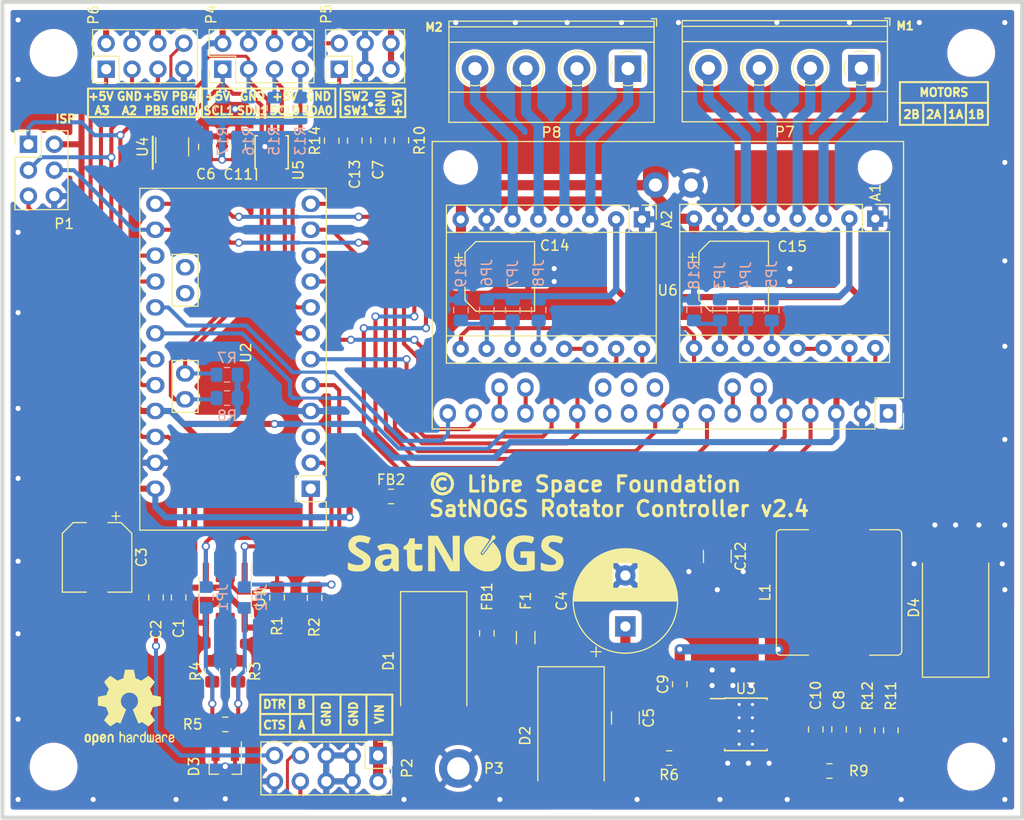
<source format=kicad_pcb>
(kicad_pcb (version 20171130) (host pcbnew 5.1.7-a382d34a8~87~ubuntu20.04.1)
  (title_block (title "SatNOGS Rotator Controller v2.4") (date 2020-11-02) (company "Libre Space Foundation"))
  (layers (0 F.Cu signal) (31 B.Cu signal) (34 B.Paste user) (35 F.Paste user) (36 B.SilkS user) (37 F.SilkS user) (38 B.Mask user) (39 F.Mask user) (44 Edge.Cuts user))
  (net 0 "")
  (net 1 +5V)
  (net 2 GND)
  (net 3 /VIN)
  (net 4 /TX)
  (net 5 /RTS)
  (net 6 /RX)
  (net 7 /A)
  (net 8 /B)
  (net 9 /SW1)
  (net 10 /SW2)
  (net 11 /M1IN2)
  (net 12 /M1IN1)
  (net 13 /M1FB)
  (net 14 /EN)
  (net 15 /M2IN2)
  (net 16 /M2IN1)
  (net 17 /M2FB)
  (net 18 /MS1M1)
  (net 19 /MS1M2)
  (net 20 /SCL1)
  (net 21 /SDA1)
  (net 22 /2AM1)
  (net 23 /1AM1)
  (net 24 /2BM1)
  (net 25 /1BM1)
  (net 26 /2AM2)
  (net 27 /1AM2)
  (net 28 /2BM2)
  (net 29 /1BM2)
  (net 30 /A3)
  (net 31 /A2)
  (net 32 +12V)
  (net 33 /MS3M1)
  (net 34 /MS2M1)
  (net 35 /MS3M2)
  (net 36 /MS2M2)
  (net 37 /PB5)
  (net 38 /M1RST)
  (net 39 /M2RST)
  (net 40 /M1D2)
  (net 41 /M1D1)
  (net 42 "Net-(U6-Pad11)")
  (net 43 "Net-(U6-Pad12)")
  (net 44 /M2D2)
  (net 45 /M2D1)
  (net 46 "Net-(U6-Pad21)")
  (net 47 "Net-(U6-Pad22)")
  (net 48 "Net-(U6-Pad23)")
  (net 49 "Net-(U6-Pad1)")
  (net 50 /FB)
  (net 51 /SW_VIN)
  (net 52 /BOOT)
  (net 53 /SW)
  (net 54 /COMP)
  (net 55 /RT/CLK)
  (net 56 /SDA0)
  (net 57 /SCL0)
  (net 58 /SDA)
  (net 59 /SCL)
  (net 60 /PB4)
  (net 61 /DTR)
  (net 62 /M1SF)
  (net 63 /M2SF)
  (net 64 /RST)
  (net 65 "Net-(C3-Pad1)")
  (net 66 "Net-(C8-Pad1)")
  (net 67 "Net-(F1-Pad2)")
  (net 68 "Net-(P5-Pad1)")
  (net 69 "Net-(P5-Pad2)")
  (net 70 "Net-(R3-Pad1)")
  (net 71 "Net-(R4-Pad2)")
  (net 72 "Net-(U2-Pad17)")
  (net 73 "Net-(U2-Pad18)")
  (net 74 "Net-(U2-Pad3)")
  (net 75 "Net-(U3-Pad3)")
  (net 76 "Net-(U4-Pad1)")
  (module Package_SO:Texas_HSOP-8-1EP_3.9x4.9mm_P1.27mm_ThermalVias (layer F.Cu) (at 164.338 112.776)
    (fp_text reference U3 (at 0 -3.5) (layer F.SilkS))
    (fp_text value TPS54360DDA)
    (pad 9 thru_hole circle (at 0.65 1.95) (size 0.6 0.6) (drill 0.3) (layers *.Cu) (net 2 GND))
    (pad 9 thru_hole circle (at 0.65 0.65) (size 0.6 0.6) (drill 0.3) (layers *.Cu) (net 2 GND))
    (pad 9 thru_hole circle (at -0.65 0.65) (size 0.6 0.6) (drill 0.3) (layers *.Cu) (net 2 GND))
    (pad 9 thru_hole circle (at -0.65 1.95) (size 0.6 0.6) (drill 0.3) (layers *.Cu) (net 2 GND))
    (pad 9 thru_hole circle (at 0.65 -1.95) (size 0.6 0.6) (drill 0.3) (layers *.Cu) (net 2 GND))
    (pad 9 thru_hole circle (at 0.65 -0.65) (size 0.6 0.6) (drill 0.3) (layers *.Cu) (net 2 GND))
    (pad 9 thru_hole circle (at -0.65 -0.65) (size 0.6 0.6) (drill 0.3) (layers *.Cu) (net 2 GND))
    (pad 9 thru_hole circle (at -0.65 -1.95) (size 0.6 0.6) (drill 0.3) (layers *.Cu) (net 2 GND))
    (pad 8 smd rect (at 2.7 -1.905) (size 1.55 0.6) (layers F.Cu F.Paste F.Mask) (net 53 /SW))
    (pad 7 smd rect (at 2.7 -0.635) (size 1.55 0.6) (layers F.Cu F.Paste F.Mask) (net 2 GND))
    (pad 6 smd rect (at 2.7 0.635) (size 1.55 0.6) (layers F.Cu F.Paste F.Mask) (net 54 /COMP))
    (pad 5 smd rect (at 2.7 1.905) (size 1.55 0.6) (layers F.Cu F.Paste F.Mask) (net 50 /FB))
    (pad 4 smd rect (at -2.7 1.905) (size 1.55 0.6) (layers F.Cu F.Paste F.Mask) (net 55 /RT/CLK))
    (pad 3 smd rect (at -2.7 0.635) (size 1.55 0.6) (layers F.Cu F.Paste F.Mask) (net 75 "Net-(U3-Pad3)"))
    (pad 2 smd rect (at -2.7 -0.635) (size 1.55 0.6) (layers F.Cu F.Paste F.Mask) (net 51 /SW_VIN))
    (pad 1 smd rect (at -2.7 -1.905) (size 1.55 0.6) (layers F.Cu F.Paste F.Mask) (net 52 /BOOT))
    (pad 9 smd rect (at 0 0) (size 2.95 4.9) (layers B.Cu) (net 2 GND))
    (pad 9 smd rect (at 0 0) (size 2.95 4.9) (layers F.Cu) (net 2 GND))
  )
  (module lsf-kicad-lib:satnogs-logo-22x4 (layer F.Cu) (at 135.89 96.012)
    (fp_text reference G*** hide)
    (fp_text value LOGO hide)
  )
  (module TerminalBlock_Phoenix:TerminalBlock_Phoenix_MKDS-1,5-4_1x04_P5.00mm_Horizontal (layer F.Cu) (at 152.781 48.4632 180)
    (fp_text reference P8 (at 7.5 -6.26) (layer F.SilkS))
    (fp_text value Motor)
    (pad 4 thru_hole circle (at 15 0 180) (size 2.6 2.6) (drill 1.3) (layers *.Cu *.Mask) (net 28 /2BM2))
    (pad 3 thru_hole circle (at 10 0 180) (size 2.6 2.6) (drill 1.3) (layers *.Cu *.Mask) (net 26 /2AM2))
    (pad 2 thru_hole circle (at 5 0 180) (size 2.6 2.6) (drill 1.3) (layers *.Cu *.Mask) (net 27 /1AM2))
    (pad 1 thru_hole rect (at 0 0 180) (size 2.6 2.6) (drill 1.3) (layers *.Cu *.Mask) (net 29 /1BM2))
  )
  (module TerminalBlock_Phoenix:TerminalBlock_Phoenix_MKDS-1,5-4_1x04_P5.00mm_Horizontal (layer F.Cu) (at 175.6664 48.4124 180)
    (fp_text reference P7 (at 7.5 -6.26) (layer F.SilkS))
    (fp_text value Motor)
    (pad 4 thru_hole circle (at 15 0 180) (size 2.6 2.6) (drill 1.3) (layers *.Cu *.Mask) (net 24 /2BM1))
    (pad 3 thru_hole circle (at 10 0 180) (size 2.6 2.6) (drill 1.3) (layers *.Cu *.Mask) (net 22 /2AM1))
    (pad 2 thru_hole circle (at 5 0 180) (size 2.6 2.6) (drill 1.3) (layers *.Cu *.Mask) (net 23 /1AM1))
    (pad 1 thru_hole rect (at 0 0 180) (size 2.6 2.6) (drill 1.3) (layers *.Cu *.Mask) (net 25 /1BM1))
  )
  (module Diode_SMD:D_SMC_Handsoldering (layer F.Cu) (at 184.912 101.346 90)
    (fp_text reference D4 (at 0 -4.1 90) (layer F.SilkS))
    (fp_text value D_Schottky)
    (pad 2 smd rect (at 4.4 0 180) (size 3.3 4.5) (layers F.Cu F.Paste F.Mask) (net 2 GND))
    (pad 1 smd rect (at -4.4 0 180) (size 3.3 4.5) (layers F.Cu F.Paste F.Mask) (net 53 /SW))
  )
  (module Diode_SMD:D_SMC_Handsoldering (layer F.Cu) (at 147.193 113.919 270)
    (fp_text reference D2 (at -0.0254 4.4958 90) (layer F.SilkS))
    (fp_text value D_Schottky)
    (pad 2 smd rect (at 4.4 0) (size 3.3 4.5) (layers F.Cu F.Paste F.Mask) (net 2 GND))
    (pad 1 smd rect (at -4.4 0) (size 3.3 4.5) (layers F.Cu F.Paste F.Mask) (net 51 /SW_VIN))
  )
  (module Package_SO:TSSOP-8_3x3mm_P0.65mm (layer F.Cu) (at 117.8306 56.6674 90)
    (fp_text reference U5 (at -1.7526 2.6162 90) (layer F.SilkS))
    (fp_text value PCA9540B)
    (pad 8 smd rect (at 2.15 -0.975 90) (size 1.1 0.4) (layers F.Cu F.Paste F.Mask) (net 20 /SCL1))
    (pad 7 smd rect (at 2.15 -0.325 90) (size 1.1 0.4) (layers F.Cu F.Paste F.Mask) (net 21 /SDA1))
    (pad 6 smd rect (at 2.15 0.325 90) (size 1.1 0.4) (layers F.Cu F.Paste F.Mask) (net 2 GND))
    (pad 5 smd rect (at 2.15 0.975 90) (size 1.1 0.4) (layers F.Cu F.Paste F.Mask) (net 57 /SCL0))
    (pad 4 smd rect (at -2.15 0.975 90) (size 1.1 0.4) (layers F.Cu F.Paste F.Mask) (net 56 /SDA0))
    (pad 3 smd rect (at -2.15 0.325 90) (size 1.1 0.4) (layers F.Cu F.Paste F.Mask) (net 1 +5V))
    (pad 2 smd rect (at -2.15 -0.325 90) (size 1.1 0.4) (layers F.Cu F.Paste F.Mask) (net 58 /SDA))
    (pad 1 smd rect (at -2.15 -0.975 90) (size 1.1 0.4) (layers F.Cu F.Paste F.Mask) (net 59 /SCL))
  )
  (module Package_SO:SOIC-8_3.9x4.9mm_P1.27mm (layer F.Cu) (at 113.284 100.33 270)
    (fp_text reference U1 (at 0 -3.4 90) (layer F.SilkS))
    (fp_text value SN65HVD485EDR)
    (pad 8 smd roundrect (at 2.475 -1.905 270) (size 1.95 0.6) (layers F.Cu F.Paste F.Mask) (net 1 +5V))
    (pad 7 smd roundrect (at 2.475 -0.635 270) (size 1.95 0.6) (layers F.Cu F.Paste F.Mask) (net 70 "Net-(R3-Pad1)"))
    (pad 6 smd roundrect (at 2.475 0.635 270) (size 1.95 0.6) (layers F.Cu F.Paste F.Mask) (net 71 "Net-(R4-Pad2)"))
    (pad 5 smd roundrect (at 2.475 1.905 270) (size 1.95 0.6) (layers F.Cu F.Paste F.Mask) (net 2 GND))
    (pad 4 smd roundrect (at -2.475 1.905 270) (size 1.95 0.6) (layers F.Cu F.Paste F.Mask) (net 4 /TX))
    (pad 3 smd roundrect (at -2.475 0.635 270) (size 1.95 0.6) (layers F.Cu F.Paste F.Mask) (net 5 /RTS))
    (pad 2 smd roundrect (at -2.475 -0.635 270) (size 1.95 0.6) (layers F.Cu F.Paste F.Mask) (net 5 /RTS))
    (pad 1 smd roundrect (at -2.475 -1.905 270) (size 1.95 0.6) (layers F.Cu F.Paste F.Mask) (net 6 /RX))
  )
  (module Inductor_SMD:L_Bourns_SRR1210A (layer F.Cu) (at 173.482 99.834 90)
    (fp_text reference L1 (at 0 -7.25 90) (layer F.SilkS))
    (fp_text value 27u)
    (pad 1 smd rect (at -5.05 0 90) (size 2.8 5.3) (layers F.Cu F.Paste F.Mask) (net 53 /SW))
    (pad 2 smd rect (at 5.05 0 90) (size 2.8 5.3) (layers F.Cu F.Paste F.Mask) (net 32 +12V))
  )
  (module Package_TO_SOT_SMD:SOT-23_Handsoldering (layer F.Cu) (at 113.284 116.9035 270)
    (fp_text reference D3 (at 0.0127 3.0734 90) (layer F.SilkS))
    (fp_text value D_TVS_x2_AAC)
    (pad 3 smd rect (at 1.5 0 270) (size 1.9 0.8) (layers F.Cu F.Paste F.Mask) (net 2 GND))
    (pad 2 smd rect (at -1.5 0.95 270) (size 1.9 0.8) (layers F.Cu F.Paste F.Mask) (net 7 /A))
    (pad 1 smd rect (at -1.5 -0.95 270) (size 1.9 0.8) (layers F.Cu F.Paste F.Mask) (net 8 /B))
  )
  (module Diode_SMD:D_SMC_Handsoldering (layer F.Cu) (at 133.731 106.553 270)
    (fp_text reference D1 (at 0 4.445 90) (layer F.SilkS))
    (fp_text value D_TVS)
    (pad 2 smd rect (at 4.4 0) (size 3.3 4.5) (layers F.Cu F.Paste F.Mask) (net 2 GND))
    (pad 1 smd rect (at -4.4 0) (size 3.3 4.5) (layers F.Cu F.Paste F.Mask) (net 3 /VIN))
  )
  (module Connector_PinHeader_2.54mm:PinHeader_2x04_P2.54mm_Vertical (layer F.Cu) (at 101.6 48.514 90)
    (fp_text reference P6 (at 5.334 -1.2446 90) (layer F.SilkS))
    (fp_text value DEV-PINS)
    (pad 8 thru_hole oval (at 2.54 7.62 90) (size 1.7 1.7) (drill 1) (layers *.Cu *.Mask) (net 60 /PB4))
    (pad 7 thru_hole oval (at 0 7.62 90) (size 1.7 1.7) (drill 1) (layers *.Cu *.Mask) (net 2 GND))
    (pad 6 thru_hole oval (at 2.54 5.08 90) (size 1.7 1.7) (drill 1) (layers *.Cu *.Mask) (net 1 +5V))
    (pad 5 thru_hole oval (at 0 5.08 90) (size 1.7 1.7) (drill 1) (layers *.Cu *.Mask) (net 37 /PB5))
    (pad 4 thru_hole oval (at 2.54 2.54 90) (size 1.7 1.7) (drill 1) (layers *.Cu *.Mask) (net 2 GND))
    (pad 3 thru_hole oval (at 0 2.54 90) (size 1.7 1.7) (drill 1) (layers *.Cu *.Mask) (net 31 /A2))
    (pad 2 thru_hole oval (at 2.54 0 90) (size 1.7 1.7) (drill 1) (layers *.Cu *.Mask) (net 1 +5V))
    (pad 1 thru_hole rect (at 0 0 90) (size 1.7 1.7) (drill 1) (layers *.Cu *.Mask) (net 30 /A3))
  )
  (module Connector_PinHeader_2.54mm:PinHeader_2x03_P2.54mm_Vertical (layer F.Cu) (at 124.46 48.514 90)
    (fp_text reference P5 (at 5.4102 -1.27 90) (layer F.SilkS))
    (fp_text value End-Stops)
    (pad 6 thru_hole oval (at 2.54 5.08 90) (size 1.7 1.7) (drill 1) (layers *.Cu *.Mask) (net 1 +5V))
    (pad 5 thru_hole oval (at 0 5.08 90) (size 1.7 1.7) (drill 1) (layers *.Cu *.Mask) (net 1 +5V))
    (pad 4 thru_hole oval (at 2.54 2.54 90) (size 1.7 1.7) (drill 1) (layers *.Cu *.Mask) (net 2 GND))
    (pad 3 thru_hole oval (at 0 2.54 90) (size 1.7 1.7) (drill 1) (layers *.Cu *.Mask) (net 2 GND))
    (pad 2 thru_hole oval (at 2.54 0 90) (size 1.7 1.7) (drill 1) (layers *.Cu *.Mask) (net 69 "Net-(P5-Pad2)"))
    (pad 1 thru_hole rect (at 0 0 90) (size 1.7 1.7) (drill 1) (layers *.Cu *.Mask) (net 68 "Net-(P5-Pad1)"))
  )
  (module Connector_PinHeader_2.54mm:PinHeader_2x04_P2.54mm_Vertical (layer F.Cu) (at 113.03 48.514 90)
    (fp_text reference P4 (at 5.3848 -1.1176 90) (layer F.SilkS))
    (fp_text value I2C)
    (pad 8 thru_hole oval (at 2.54 7.62 90) (size 1.7 1.7) (drill 1) (layers *.Cu *.Mask) (net 2 GND))
    (pad 7 thru_hole oval (at 0 7.62 90) (size 1.7 1.7) (drill 1) (layers *.Cu *.Mask) (net 56 /SDA0))
    (pad 6 thru_hole oval (at 2.54 5.08 90) (size 1.7 1.7) (drill 1) (layers *.Cu *.Mask) (net 1 +5V))
    (pad 5 thru_hole oval (at 0 5.08 90) (size 1.7 1.7) (drill 1) (layers *.Cu *.Mask) (net 57 /SCL0))
    (pad 4 thru_hole oval (at 2.54 2.54 90) (size 1.7 1.7) (drill 1) (layers *.Cu *.Mask) (net 2 GND))
    (pad 3 thru_hole oval (at 0 2.54 90) (size 1.7 1.7) (drill 1) (layers *.Cu *.Mask) (net 21 /SDA1))
    (pad 2 thru_hole oval (at 2.54 0 90) (size 1.7 1.7) (drill 1) (layers *.Cu *.Mask) (net 1 +5V))
    (pad 1 thru_hole rect (at 0 0 90) (size 1.7 1.7) (drill 1) (layers *.Cu *.Mask) (net 20 /SCL1))
  )
  (module MountingHole:MountingHole_2.2mm_M2_DIN965_Pad (layer F.Cu) (at 136.144 117.094)
    (fp_text reference P3 (at 3.4798 0) (layer F.SilkS))
    (fp_text value GND-PAD)
    (pad 1 thru_hole circle (at 0 0) (size 3.8 3.8) (drill 2.2) (layers *.Cu *.Mask) (net 2 GND))
  )
  (module Connector_PinHeader_2.54mm:PinHeader_2x05_P2.54mm_Vertical (layer F.Cu) (at 128.27 115.824 270)
    (fp_text reference P2 (at 1.2446 -2.8448 90) (layer F.SilkS))
    (fp_text value INPUT)
    (pad 10 thru_hole oval (at 2.54 10.16 270) (size 1.7 1.7) (drill 1) (layers *.Cu *.Mask) (net 2 GND))
    (pad 9 thru_hole oval (at 0 10.16 270) (size 1.7 1.7) (drill 1) (layers *.Cu *.Mask) (net 61 /DTR))
    (pad 8 thru_hole oval (at 2.54 7.62 270) (size 1.7 1.7) (drill 1) (layers *.Cu *.Mask) (net 7 /A))
    (pad 7 thru_hole oval (at 0 7.62 270) (size 1.7 1.7) (drill 1) (layers *.Cu *.Mask) (net 8 /B))
    (pad 6 thru_hole oval (at 2.54 5.08 270) (size 1.7 1.7) (drill 1) (layers *.Cu *.Mask) (net 2 GND))
    (pad 5 thru_hole oval (at 0 5.08 270) (size 1.7 1.7) (drill 1) (layers *.Cu *.Mask) (net 2 GND))
    (pad 4 thru_hole oval (at 2.54 2.54 270) (size 1.7 1.7) (drill 1) (layers *.Cu *.Mask) (net 2 GND))
    (pad 3 thru_hole oval (at 0 2.54 270) (size 1.7 1.7) (drill 1) (layers *.Cu *.Mask) (net 2 GND))
    (pad 2 thru_hole oval (at 2.54 0 270) (size 1.7 1.7) (drill 1) (layers *.Cu *.Mask) (net 3 /VIN))
    (pad 1 thru_hole rect (at 0 0 270) (size 1.7 1.7) (drill 1) (layers *.Cu *.Mask) (net 3 /VIN))
  )
  (module Connector_PinHeader_2.54mm:PinHeader_2x03_P2.54mm_Vertical (layer F.Cu) (at 93.98 55.88)
    (fp_text reference P1 (at 3.5052 7.7978) (layer F.SilkS))
    (fp_text value ISP)
    (pad 6 thru_hole oval (at 2.54 5.08) (size 1.7 1.7) (drill 1) (layers *.Cu *.Mask) (net 2 GND))
    (pad 5 thru_hole oval (at 0 5.08) (size 1.7 1.7) (drill 1) (layers *.Cu *.Mask) (net 64 /RST))
    (pad 4 thru_hole oval (at 2.54 2.54) (size 1.7 1.7) (drill 1) (layers *.Cu *.Mask) (net 16 /M2IN1))
    (pad 3 thru_hole oval (at 0 2.54) (size 1.7 1.7) (drill 1) (layers *.Cu *.Mask) (net 37 /PB5))
    (pad 2 thru_hole oval (at 2.54 0) (size 1.7 1.7) (drill 1) (layers *.Cu *.Mask) (net 1 +5V))
    (pad 1 thru_hole rect (at 0 0) (size 1.7 1.7) (drill 1) (layers *.Cu *.Mask) (net 60 /PB4))
  )
  (module Fuse:Fuse_1206_3216Metric_Pad1.42x1.75mm_HandSolder (layer F.Cu) (at 142.748 104.267 90)
    (fp_text reference F1 (at 3.6068 0 90) (layer F.SilkS))
    (fp_text value FUSE)
    (pad 2 smd roundrect (at 1.4875 0 90) (size 1.425 1.75) (layers F.Cu F.Paste F.Mask) (roundrect_rratio 0.1754385964912281) (net 67 "Net-(F1-Pad2)"))
    (pad 1 smd roundrect (at -1.4875 0 90) (size 1.425 1.75) (layers F.Cu F.Paste F.Mask) (roundrect_rratio 0.1754385964912281) (net 51 /SW_VIN))
  )
  (module Capacitor_THT:CP_Radial_D10.0mm_P5.00mm (layer F.Cu) (at 152.527 103.171 90)
    (fp_text reference C4 (at 2.5 -6.25 90) (layer F.SilkS))
    (fp_text value 100u)
    (pad 2 thru_hole circle (at 5 0 90) (size 2 2) (drill 1) (layers *.Cu *.Mask) (net 2 GND))
    (pad 1 thru_hole rect (at 0 0 90) (size 2 2) (drill 1) (layers *.Cu *.Mask) (net 51 /SW_VIN))
  )
  (module Capacitor_SMD:C_1210_3225Metric_Pad1.42x2.65mm_HandSolder (layer F.Cu) (at 161.544 96.298 270)
    (fp_text reference C12 (at 0 -2.28 90) (layer F.SilkS))
    (fp_text value 47u)
    (pad 2 smd roundrect (at 1.4875 0 270) (size 1.425 2.65) (layers F.Cu F.Paste F.Mask) (roundrect_rratio 0.1754385964912281) (net 2 GND))
    (pad 1 smd roundrect (at -1.4875 0 270) (size 1.425 2.65) (layers F.Cu F.Paste F.Mask) (roundrect_rratio 0.1754385964912281) (net 32 +12V))
  )
  (module Capacitor_SMD:C_1210_3225Metric_Pad1.42x2.65mm_HandSolder (layer F.Cu) (at 152.527 112.141 270)
    (fp_text reference C5 (at 0 -2.28 90) (layer F.SilkS))
    (fp_text value 2.2u)
    (pad 2 smd roundrect (at 1.4875 0 270) (size 1.425 2.65) (layers F.Cu F.Paste F.Mask) (roundrect_rratio 0.1754385964912281) (net 2 GND))
    (pad 1 smd roundrect (at -1.4875 0 270) (size 1.425 2.65) (layers F.Cu F.Paste F.Mask) (roundrect_rratio 0.1754385964912281) (net 51 /SW_VIN))
  )
  (module Capacitor_SMD:C_0805_2012Metric_Pad1.15x1.40mm_HandSolder (layer F.Cu) (at 125.984 55.519 90)
    (fp_text reference C13 (at -3.3074 0 90) (layer F.SilkS))
    (fp_text value 0.1u)
    (pad 2 smd roundrect (at 1.025 0 90) (size 1.15 1.4) (layers F.Cu F.Paste F.Mask) (roundrect_rratio 0.2173904347826087) (net 2 GND))
    (pad 1 smd roundrect (at -1.025 0 90) (size 1.15 1.4) (layers F.Cu F.Paste F.Mask) (roundrect_rratio 0.2173904347826087) (net 10 /SW2))
  )
  (module Capacitor_SMD:C_0805_2012Metric_Pad1.15x1.40mm_HandSolder (layer F.Cu) (at 114.554 56.134 270)
    (fp_text reference C11 (at 2.6924 0 180) (layer F.SilkS))
    (fp_text value 0.1u)
    (pad 2 smd roundrect (at 1.025 0 270) (size 1.15 1.4) (layers F.Cu F.Paste F.Mask) (roundrect_rratio 0.2173904347826087) (net 1 +5V))
    (pad 1 smd roundrect (at -1.025 0 270) (size 1.15 1.4) (layers F.Cu F.Paste F.Mask) (roundrect_rratio 0.2173904347826087) (net 2 GND))
  )
  (module Capacitor_SMD:C_0805_2012Metric_Pad1.15x1.40mm_HandSolder (layer F.Cu) (at 171.196 113.264 90)
    (fp_text reference C10 (at 3.3328 0 90) (layer F.SilkS))
    (fp_text value 10p)
    (pad 2 smd roundrect (at 1.025 0 90) (size 1.15 1.4) (layers F.Cu F.Paste F.Mask) (roundrect_rratio 0.2173904347826087) (net 2 GND))
    (pad 1 smd roundrect (at -1.025 0 90) (size 1.15 1.4) (layers F.Cu F.Paste F.Mask) (roundrect_rratio 0.2173904347826087) (net 54 /COMP))
  )
  (module Capacitor_SMD:C_0805_2012Metric_Pad1.15x1.40mm_HandSolder (layer F.Cu) (at 157.861 108.839 90)
    (fp_text reference C9 (at 0 -1.65 90) (layer F.SilkS))
    (fp_text value 100n)
    (pad 2 smd roundrect (at 1.025 0 90) (size 1.15 1.4) (layers F.Cu F.Paste F.Mask) (roundrect_rratio 0.2173904347826087) (net 53 /SW))
    (pad 1 smd roundrect (at -1.025 0 90) (size 1.15 1.4) (layers F.Cu F.Paste F.Mask) (roundrect_rratio 0.2173904347826087) (net 52 /BOOT))
  )
  (module Capacitor_SMD:C_0805_2012Metric_Pad1.15x1.40mm_HandSolder (layer F.Cu) (at 173.482 113.264 90)
    (fp_text reference C8 (at 2.8756 0 90) (layer F.SilkS))
    (fp_text value 7.5n)
    (pad 2 smd roundrect (at 1.025 0 90) (size 1.15 1.4) (layers F.Cu F.Paste F.Mask) (roundrect_rratio 0.2173904347826087) (net 2 GND))
    (pad 1 smd roundrect (at -1.025 0 90) (size 1.15 1.4) (layers F.Cu F.Paste F.Mask) (roundrect_rratio 0.2173904347826087) (net 66 "Net-(C8-Pad1)"))
  )
  (module Capacitor_SMD:C_0805_2012Metric_Pad1.15x1.40mm_HandSolder (layer F.Cu) (at 128.27 55.499 270)
    (fp_text reference C7 (at 2.8956 0 90) (layer F.SilkS))
    (fp_text value 0.1u)
    (pad 2 smd roundrect (at 1.025 0 270) (size 1.15 1.4) (layers F.Cu F.Paste F.Mask) (roundrect_rratio 0.2173904347826087) (net 9 /SW1))
    (pad 1 smd roundrect (at -1.025 0 270) (size 1.15 1.4) (layers F.Cu F.Paste F.Mask) (roundrect_rratio 0.2173904347826087) (net 2 GND))
  )
  (module Capacitor_SMD:C_0805_2012Metric_Pad1.15x1.40mm_HandSolder (layer F.Cu) (at 111.379 56.134 90)
    (fp_text reference C6 (at -2.667 0 180) (layer F.SilkS))
    (fp_text value 0.1u)
    (pad 2 smd roundrect (at 1.025 0 90) (size 1.15 1.4) (layers F.Cu F.Paste F.Mask) (roundrect_rratio 0.2173904347826087) (net 2 GND))
    (pad 1 smd roundrect (at -1.025 0 90) (size 1.15 1.4) (layers F.Cu F.Paste F.Mask) (roundrect_rratio 0.2173904347826087) (net 1 +5V))
  )
  (module Capacitor_SMD:C_0805_2012Metric_Pad1.15x1.40mm_HandSolder (layer F.Cu) (at 106.4895 100.33 270)
    (fp_text reference C2 (at 3.1496 -0.0127 90) (layer F.SilkS))
    (fp_text value 0.1u)
    (pad 2 smd roundrect (at 1.025 0 270) (size 1.15 1.4) (layers F.Cu F.Paste F.Mask) (roundrect_rratio 0.2173904347826087) (net 61 /DTR))
    (pad 1 smd roundrect (at -1.025 0 270) (size 1.15 1.4) (layers F.Cu F.Paste F.Mask) (roundrect_rratio 0.2173904347826087) (net 64 /RST))
  )
  (module Capacitor_SMD:C_0805_2012Metric_Pad1.15x1.40mm_HandSolder (layer F.Cu) (at 108.712 100.33 270)
    (fp_text reference C1 (at 3.0226 0 90) (layer F.SilkS))
    (fp_text value 0.1u)
    (pad 2 smd roundrect (at 1.025 0 270) (size 1.15 1.4) (layers F.Cu F.Paste F.Mask) (roundrect_rratio 0.2173904347826087) (net 2 GND))
    (pad 1 smd roundrect (at -1.025 0 270) (size 1.15 1.4) (layers F.Cu F.Paste F.Mask) (roundrect_rratio 0.2173904347826087) (net 1 +5V))
  )
  (module Resistor_SMD:R_0805_2012Metric_Pad1.15x1.40mm_HandSolder (layer B.Cu) (at 144.018 72.136 270)
    (fp_text reference JP8 (at -3.6322 0 90) (layer B.SilkS) (effects (justify mirror)))
    (fp_text value Jumper_NO_Small)
    (pad 2 smd roundrect (at 1.025 0 270) (size 1.15 1.4) (layers B.Cu B.Paste B.Mask) (roundrect_rratio 0.2173904347826087) (net 35 /MS3M2))
    (pad 1 smd roundrect (at -1.025 0 270) (size 1.15 1.4) (layers B.Cu B.Paste B.Mask) (roundrect_rratio 0.2173904347826087) (net 1 +5V))
  )
  (module Resistor_SMD:R_0805_2012Metric_Pad1.15x1.40mm_HandSolder (layer B.Cu) (at 141.478 72.136 270)
    (fp_text reference JP7 (at -3.556 0 90) (layer B.SilkS) (effects (justify mirror)))
    (fp_text value Jumper_NO_Small)
    (pad 2 smd roundrect (at 1.025 0 270) (size 1.15 1.4) (layers B.Cu B.Paste B.Mask) (roundrect_rratio 0.2173904347826087) (net 36 /MS2M2))
    (pad 1 smd roundrect (at -1.025 0 270) (size 1.15 1.4) (layers B.Cu B.Paste B.Mask) (roundrect_rratio 0.2173904347826087) (net 1 +5V))
  )
  (module Resistor_SMD:R_0805_2012Metric_Pad1.15x1.40mm_HandSolder (layer B.Cu) (at 138.938 72.136 270)
    (fp_text reference JP6 (at -3.6576 0 90) (layer B.SilkS) (effects (justify mirror)))
    (fp_text value Jumper_NO_Small)
    (pad 2 smd roundrect (at 1.025 0 270) (size 1.15 1.4) (layers B.Cu B.Paste B.Mask) (roundrect_rratio 0.2173904347826087) (net 19 /MS1M2))
    (pad 1 smd roundrect (at -1.025 0 270) (size 1.15 1.4) (layers B.Cu B.Paste B.Mask) (roundrect_rratio 0.2173904347826087) (net 1 +5V))
  )
  (module Resistor_SMD:R_0805_2012Metric_Pad1.15x1.40mm_HandSolder (layer B.Cu) (at 166.878 72.136 90)
    (fp_text reference JP5 (at 3.5052 0 90) (layer B.SilkS) (effects (justify mirror)))
    (fp_text value Jumper_NO_Small)
    (pad 2 smd roundrect (at 1.025 0 90) (size 1.15 1.4) (layers B.Cu B.Paste B.Mask) (roundrect_rratio 0.2173904347826087) (net 1 +5V))
    (pad 1 smd roundrect (at -1.025 0 90) (size 1.15 1.4) (layers B.Cu B.Paste B.Mask) (roundrect_rratio 0.2173904347826087) (net 33 /MS3M1))
  )
  (module Resistor_SMD:R_0805_2012Metric_Pad1.15x1.40mm_HandSolder (layer B.Cu) (at 164.338 72.136 90)
    (fp_text reference JP4 (at 3.4036 0 90) (layer B.SilkS) (effects (justify mirror)))
    (fp_text value Jumper_NO_Small)
    (pad 2 smd roundrect (at 1.025 0 90) (size 1.15 1.4) (layers B.Cu B.Paste B.Mask) (roundrect_rratio 0.2173904347826087) (net 1 +5V))
    (pad 1 smd roundrect (at -1.025 0 90) (size 1.15 1.4) (layers B.Cu B.Paste B.Mask) (roundrect_rratio 0.2173904347826087) (net 34 /MS2M1))
  )
  (module Resistor_SMD:R_0805_2012Metric_Pad1.15x1.40mm_HandSolder (layer B.Cu) (at 161.798 72.136 90)
    (fp_text reference JP3 (at 3.3782 0 90) (layer B.SilkS) (effects (justify mirror)))
    (fp_text value Jumper_NO_Small)
    (pad 2 smd roundrect (at 1.025 0 90) (size 1.15 1.4) (layers B.Cu B.Paste B.Mask) (roundrect_rratio 0.2173904347826087) (net 1 +5V))
    (pad 1 smd roundrect (at -1.025 0 90) (size 1.15 1.4) (layers B.Cu B.Paste B.Mask) (roundrect_rratio 0.2173904347826087) (net 18 /MS1M1))
  )
  (module Resistor_SMD:R_0805_2012Metric_Pad1.15x1.40mm_HandSolder (layer B.Cu) (at 115.189 100.33 90)
    (fp_text reference JP2 (at 0 1.65 90) (layer B.SilkS) (effects (justify mirror)))
    (fp_text value Jumper_NO_Small)
    (pad 2 smd roundrect (at 1.025 0 90) (size 1.15 1.4) (layers B.Cu B.Paste B.Mask) (roundrect_rratio 0.2173904347826087) (net 6 /RX))
    (pad 1 smd roundrect (at -1.025 0 90) (size 1.15 1.4) (layers B.Cu B.Paste B.Mask) (roundrect_rratio 0.2173904347826087) (net 8 /B))
  )
  (module Resistor_SMD:R_0805_2012Metric_Pad1.15x1.40mm_HandSolder (layer B.Cu) (at 111.379 100.33 90)
    (fp_text reference JP1 (at 0 1.65 90) (layer B.SilkS) (effects (justify mirror)))
    (fp_text value Jumper_NO_Small)
    (pad 2 smd roundrect (at 1.025 0 90) (size 1.15 1.4) (layers B.Cu B.Paste B.Mask) (roundrect_rratio 0.2173904347826087) (net 4 /TX))
    (pad 1 smd roundrect (at -1.025 0 90) (size 1.15 1.4) (layers B.Cu B.Paste B.Mask) (roundrect_rratio 0.2173904347826087) (net 7 /A))
  )
  (module Resistor_SMD:R_0805_2012Metric_Pad1.15x1.40mm_HandSolder (layer F.Cu) (at 129.54 90.424)
    (fp_text reference FB2 (at 0 -1.65) (layer F.SilkS))
    (fp_text value FILTER)
    (pad 2 smd roundrect (at 1.025 0) (size 1.15 1.4) (layers F.Cu F.Paste F.Mask) (roundrect_rratio 0.2173904347826087) (net 32 +12V))
    (pad 1 smd roundrect (at -1.025 0) (size 1.15 1.4) (layers F.Cu F.Paste F.Mask) (roundrect_rratio 0.2173904347826087) (net 65 "Net-(C3-Pad1)"))
  )
  (module Resistor_SMD:R_0805_2012Metric_Pad1.15x1.40mm_HandSolder (layer F.Cu) (at 138.938 103.839 90)
    (fp_text reference FB1 (at 3.5852 0.0254 90) (layer F.SilkS))
    (fp_text value "FILTER - POWER")
    (pad 2 smd roundrect (at 1.025 0 90) (size 1.15 1.4) (layers F.Cu F.Paste F.Mask) (roundrect_rratio 0.2173904347826087) (net 3 /VIN))
    (pad 1 smd roundrect (at -1.025 0 90) (size 1.15 1.4) (layers F.Cu F.Paste F.Mask) (roundrect_rratio 0.2173904347826087) (net 67 "Net-(F1-Pad2)"))
  )
  (module Resistor_SMD:R_0805_2012Metric_Pad1.15x1.40mm_HandSolder (layer B.Cu) (at 136.398 72.136 90)
    (fp_text reference R19 (at 3.6576 0 90) (layer B.SilkS) (effects (justify mirror)))
    (fp_text value 100k)
    (pad 2 smd roundrect (at 1.025 0 90) (size 1.15 1.4) (layers B.Cu B.Paste B.Mask) (roundrect_rratio 0.2173904347826087) (net 2 GND))
    (pad 1 smd roundrect (at -1.025 0 90) (size 1.15 1.4) (layers B.Cu B.Paste B.Mask) (roundrect_rratio 0.2173904347826087) (net 19 /MS1M2))
  )
  (module Resistor_SMD:R_0805_2012Metric_Pad1.15x1.40mm_HandSolder (layer B.Cu) (at 159.258 72.136 90)
    (fp_text reference R18 (at 3.4544 0 90) (layer B.SilkS) (effects (justify mirror)))
    (fp_text value 100k)
    (pad 2 smd roundrect (at 1.025 0 90) (size 1.15 1.4) (layers B.Cu B.Paste B.Mask) (roundrect_rratio 0.2173904347826087) (net 2 GND))
    (pad 1 smd roundrect (at -1.025 0 90) (size 1.15 1.4) (layers B.Cu B.Paste B.Mask) (roundrect_rratio 0.2173904347826087) (net 18 /MS1M1))
  )
  (module Resistor_SMD:R_0805_2012Metric_Pad1.15x1.40mm_HandSolder (layer B.Cu) (at 113.03 52.324 90)
    (fp_text reference R17 (at -3.2512 0.0254 90) (layer B.SilkS) (effects (justify mirror)))
    (fp_text value 4.7k)
    (pad 2 smd roundrect (at 1.025 0 90) (size 1.15 1.4) (layers B.Cu B.Paste B.Mask) (roundrect_rratio 0.2173904347826087) (net 20 /SCL1))
    (pad 1 smd roundrect (at -1.025 0 90) (size 1.15 1.4) (layers B.Cu B.Paste B.Mask) (roundrect_rratio 0.2173904347826087) (net 1 +5V))
  )
  (module Resistor_SMD:R_0805_2012Metric_Pad1.15x1.40mm_HandSolder (layer B.Cu) (at 115.57 52.324 90)
    (fp_text reference R16 (at -3.2512 0 90) (layer B.SilkS) (effects (justify mirror)))
    (fp_text value 4.7k)
    (pad 2 smd roundrect (at 1.025 0 90) (size 1.15 1.4) (layers B.Cu B.Paste B.Mask) (roundrect_rratio 0.2173904347826087) (net 21 /SDA1))
    (pad 1 smd roundrect (at -1.025 0 90) (size 1.15 1.4) (layers B.Cu B.Paste B.Mask) (roundrect_rratio 0.2173904347826087) (net 1 +5V))
  )
  (module Resistor_SMD:R_0805_2012Metric_Pad1.15x1.40mm_HandSolder (layer B.Cu) (at 118.11 52.324 90)
    (fp_text reference R15 (at -3.2258 -0.0254 90) (layer B.SilkS) (effects (justify mirror)))
    (fp_text value 4.7k)
    (pad 2 smd roundrect (at 1.025 0 90) (size 1.15 1.4) (layers B.Cu B.Paste B.Mask) (roundrect_rratio 0.2173904347826087) (net 57 /SCL0))
    (pad 1 smd roundrect (at -1.025 0 90) (size 1.15 1.4) (layers B.Cu B.Paste B.Mask) (roundrect_rratio 0.2173904347826087) (net 1 +5V))
  )
  (module Resistor_SMD:R_0805_2012Metric_Pad1.15x1.40mm_HandSolder (layer F.Cu) (at 123.7234 55.5244 270)
    (fp_text reference R14 (at 0 1.651 90) (layer F.SilkS))
    (fp_text value 200)
    (pad 2 smd roundrect (at 1.025 0 270) (size 1.15 1.4) (layers F.Cu F.Paste F.Mask) (roundrect_rratio 0.2173904347826087) (net 10 /SW2))
    (pad 1 smd roundrect (at -1.025 0 270) (size 1.15 1.4) (layers F.Cu F.Paste F.Mask) (roundrect_rratio 0.2173904347826087) (net 69 "Net-(P5-Pad2)"))
  )
  (module Resistor_SMD:R_0805_2012Metric_Pad1.15x1.40mm_HandSolder (layer B.Cu) (at 120.65 52.324 90)
    (fp_text reference R13 (at -3.2258 0 90) (layer B.SilkS) (effects (justify mirror)))
    (fp_text value 4.7k)
    (pad 2 smd roundrect (at 1.025 0 90) (size 1.15 1.4) (layers B.Cu B.Paste B.Mask) (roundrect_rratio 0.2173904347826087) (net 56 /SDA0))
    (pad 1 smd roundrect (at -1.025 0 90) (size 1.15 1.4) (layers B.Cu B.Paste B.Mask) (roundrect_rratio 0.2173904347826087) (net 1 +5V))
  )
  (module Resistor_SMD:R_0805_2012Metric_Pad1.15x1.40mm_HandSolder (layer F.Cu) (at 176.276 113.364 90)
    (fp_text reference R12 (at 3.382 0 90) (layer F.SilkS))
    (fp_text value 10.5k)
    (pad 2 smd roundrect (at 1.025 0 90) (size 1.15 1.4) (layers F.Cu F.Paste F.Mask) (roundrect_rratio 0.2173904347826087) (net 2 GND))
    (pad 1 smd roundrect (at -1.025 0 90) (size 1.15 1.4) (layers F.Cu F.Paste F.Mask) (roundrect_rratio 0.2173904347826087) (net 50 /FB))
  )
  (module Resistor_SMD:R_0805_2012Metric_Pad1.15x1.40mm_HandSolder (layer F.Cu) (at 178.562 113.364 270)
    (fp_text reference R11 (at -3.382 0 90) (layer F.SilkS))
    (fp_text value 147k)
    (pad 2 smd roundrect (at 1.025 0 270) (size 1.15 1.4) (layers F.Cu F.Paste F.Mask) (roundrect_rratio 0.2173904347826087) (net 50 /FB))
    (pad 1 smd roundrect (at -1.025 0 270) (size 1.15 1.4) (layers F.Cu F.Paste F.Mask) (roundrect_rratio 0.2173904347826087) (net 32 +12V))
  )
  (module Resistor_SMD:R_0805_2012Metric_Pad1.15x1.40mm_HandSolder (layer F.Cu) (at 130.556 55.499 90)
    (fp_text reference R10 (at 0 1.778 90) (layer F.SilkS))
    (fp_text value 200)
    (pad 2 smd roundrect (at 1.025 0 90) (size 1.15 1.4) (layers F.Cu F.Paste F.Mask) (roundrect_rratio 0.2173904347826087) (net 68 "Net-(P5-Pad1)"))
    (pad 1 smd roundrect (at -1.025 0 90) (size 1.15 1.4) (layers F.Cu F.Paste F.Mask) (roundrect_rratio 0.2173904347826087) (net 9 /SW1))
  )
  (module Resistor_SMD:R_0805_2012Metric_Pad1.15x1.40mm_HandSolder (layer F.Cu) (at 172.546 117.348)
    (fp_text reference R9 (at 2.8664 0) (layer F.SilkS))
    (fp_text value 26.7k)
    (pad 2 smd roundrect (at 1.025 0) (size 1.15 1.4) (layers F.Cu F.Paste F.Mask) (roundrect_rratio 0.2173904347826087) (net 66 "Net-(C8-Pad1)"))
    (pad 1 smd roundrect (at -1.025 0) (size 1.15 1.4) (layers F.Cu F.Paste F.Mask) (roundrect_rratio 0.2173904347826087) (net 54 /COMP))
  )
  (module Resistor_SMD:R_0805_2012Metric_Pad1.15x1.40mm_HandSolder (layer B.Cu) (at 113.458 80.772 180)
    (fp_text reference R8 (at -0.0038 -1.7272) (layer B.SilkS) (effects (justify mirror)))
    (fp_text value 4.7k)
    (pad 2 smd roundrect (at 1.025 0 180) (size 1.15 1.4) (layers B.Cu B.Paste B.Mask) (roundrect_rratio 0.2173904347826087) (net 59 /SCL))
    (pad 1 smd roundrect (at -1.025 0 180) (size 1.15 1.4) (layers B.Cu B.Paste B.Mask) (roundrect_rratio 0.2173904347826087) (net 1 +5V))
  )
  (module Resistor_SMD:R_0805_2012Metric_Pad1.15x1.40mm_HandSolder (layer B.Cu) (at 113.458 78.486 180)
    (fp_text reference R7 (at 0 1.65) (layer B.SilkS) (effects (justify mirror)))
    (fp_text value 4.7k)
    (pad 2 smd roundrect (at 1.025 0 180) (size 1.15 1.4) (layers B.Cu B.Paste B.Mask) (roundrect_rratio 0.2173904347826087) (net 58 /SDA))
    (pad 1 smd roundrect (at -1.025 0 180) (size 1.15 1.4) (layers B.Cu B.Paste B.Mask) (roundrect_rratio 0.2173904347826087) (net 1 +5V))
  )
  (module Resistor_SMD:R_0805_2012Metric_Pad1.15x1.40mm_HandSolder (layer F.Cu) (at 156.8158 116.078 180)
    (fp_text reference R6 (at 0 -1.65) (layer F.SilkS))
    (fp_text value 221k)
    (pad 2 smd roundrect (at 1.025 0 180) (size 1.15 1.4) (layers F.Cu F.Paste F.Mask) (roundrect_rratio 0.2173904347826087) (net 2 GND))
    (pad 1 smd roundrect (at -1.025 0 180) (size 1.15 1.4) (layers F.Cu F.Paste F.Mask) (roundrect_rratio 0.2173904347826087) (net 55 /RT/CLK))
  )
  (module Resistor_SMD:R_0805_2012Metric_Pad1.15x1.40mm_HandSolder (layer F.Cu) (at 113.284 112.776 180)
    (fp_text reference R5 (at 3.2004 0) (layer F.SilkS))
    (fp_text value 120)
    (pad 2 smd roundrect (at 1.025 0 180) (size 1.15 1.4) (layers F.Cu F.Paste F.Mask) (roundrect_rratio 0.2173904347826087) (net 7 /A))
    (pad 1 smd roundrect (at -1.025 0 180) (size 1.15 1.4) (layers F.Cu F.Paste F.Mask) (roundrect_rratio 0.2173904347826087) (net 8 /B))
  )
  (module Resistor_SMD:R_0805_2012Metric_Pad1.15x1.40mm_HandSolder (layer F.Cu) (at 112.014 107.569 90)
    (fp_text reference R4 (at 0 -1.65 90) (layer F.SilkS))
    (fp_text value 10)
    (pad 2 smd roundrect (at 1.025 0 90) (size 1.15 1.4) (layers F.Cu F.Paste F.Mask) (roundrect_rratio 0.2173904347826087) (net 71 "Net-(R4-Pad2)"))
    (pad 1 smd roundrect (at -1.025 0 90) (size 1.15 1.4) (layers F.Cu F.Paste F.Mask) (roundrect_rratio 0.2173904347826087) (net 7 /A))
  )
  (module Resistor_SMD:R_0805_2012Metric_Pad1.15x1.40mm_HandSolder (layer F.Cu) (at 114.554 107.569 270)
    (fp_text reference R3 (at 0 -1.65 90) (layer F.SilkS))
    (fp_text value 10)
    (pad 2 smd roundrect (at 1.025 0 270) (size 1.15 1.4) (layers F.Cu F.Paste F.Mask) (roundrect_rratio 0.2173904347826087) (net 8 /B))
    (pad 1 smd roundrect (at -1.025 0 270) (size 1.15 1.4) (layers F.Cu F.Paste F.Mask) (roundrect_rratio 0.2173904347826087) (net 70 "Net-(R3-Pad1)"))
  )
  (module Resistor_SMD:R_0805_2012Metric_Pad1.15x1.40mm_HandSolder (layer F.Cu) (at 118.364 100.33 270)
    (fp_text reference R1 (at 2.794 0 90) (layer F.SilkS))
    (fp_text value 10k)
    (pad 2 smd roundrect (at 1.025 0 270) (size 1.15 1.4) (layers F.Cu F.Paste F.Mask) (roundrect_rratio 0.2173904347826087) (net 2 GND))
    (pad 1 smd roundrect (at -1.025 0 270) (size 1.15 1.4) (layers F.Cu F.Paste F.Mask) (roundrect_rratio 0.2173904347826087) (net 5 /RTS))
  )
  (module Resistor_SMD:R_0805_2012Metric_Pad1.15x1.40mm_HandSolder (layer F.Cu) (at 122.047 100.377 90)
    (fp_text reference R2 (at -2.874 -0.0254 90) (layer F.SilkS))
    (fp_text value 10k)
    (pad 2 smd roundrect (at 1.025 0 90) (size 1.15 1.4) (layers F.Cu F.Paste F.Mask) (roundrect_rratio 0.2173904347826087) (net 6 /RX))
    (pad 1 smd roundrect (at -1.025 0 90) (size 1.15 1.4) (layers F.Cu F.Paste F.Mask) (roundrect_rratio 0.2173904347826087) (net 1 +5V))
  )
  (module Capacitor_SMD:CP_Elec_6.3x5.3 (layer F.Cu) (at 140.208 68.834)
    (fp_text reference C14 (at 5.3848 -3.0226) (layer F.SilkS))
    (fp_text value 100u)
    (pad 2 smd roundrect (at 2.8 0) (size 3.5 1.6) (layers F.Cu F.Paste F.Mask) (roundrect_rratio 0.15625) (net 2 GND))
    (pad 1 smd roundrect (at -2.8 0) (size 3.5 1.6) (layers F.Cu F.Paste F.Mask) (roundrect_rratio 0.15625) (net 32 +12V))
  )
  (module Capacitor_SMD:CP_Elec_6.3x5.3 (layer F.Cu) (at 100.711 96.393 270)
    (fp_text reference C3 (at 0 -4.35 90) (layer F.SilkS))
    (fp_text value 100u)
    (pad 2 smd roundrect (at 2.8 0 270) (size 3.5 1.6) (layers F.Cu F.Paste F.Mask) (roundrect_rratio 0.15625) (net 2 GND))
    (pad 1 smd roundrect (at -2.8 0 270) (size 3.5 1.6) (layers F.Cu F.Paste F.Mask) (roundrect_rratio 0.15625) (net 65 "Net-(C3-Pad1)"))
  )
  (module Package_TO_SOT_SMD:SOT-23-5_HandSoldering (layer F.Cu) (at 108.077 56.134 90)
    (fp_text reference U4 (at 0 -2.9 90) (layer F.SilkS))
    (fp_text value TC74)
    (pad 5 smd rect (at 1.35 -0.95 90) (size 1.56 0.65) (layers F.Cu F.Paste F.Mask) (net 21 /SDA1))
    (pad 4 smd rect (at 1.35 0.95 90) (size 1.56 0.65) (layers F.Cu F.Paste F.Mask) (net 20 /SCL1))
    (pad 3 smd rect (at -1.35 0.95 90) (size 1.56 0.65) (layers F.Cu F.Paste F.Mask) (net 1 +5V))
    (pad 2 smd rect (at -1.35 0 90) (size 1.56 0.65) (layers F.Cu F.Paste F.Mask) (net 2 GND))
    (pad 1 smd rect (at -1.35 -0.95 90) (size 1.56 0.65) (layers F.Cu F.Paste F.Mask) (net 76 "Net-(U4-Pad1)"))
  )
  (module lsf-kicad-lib:Pololu_Dual_MC33926 (layer F.Cu) (at 178.2842 82.2778 180)
    (fp_text reference U6 (at 21.61 12.07) (layer F.SilkS))
    (fp_text value Pololu_Dual_MC33926)
    (pad 1 thru_hole rect (at 0 0 180) (size 1.6 1.8) (drill 1) (layers *.Cu *.Mask) (net 49 "Net-(U6-Pad1)"))
    (pad "" np_thru_hole circle (at 1.27 24.13 180) (size 2.2 2.2) (drill 2.2) (layers *.Cu *.Mask F.SilkS))
    (pad "" np_thru_hole circle (at 41.91 24.13 180) (size 2.2 2.2) (drill 2.2) (layers *.Cu *.Mask F.SilkS))
    (pad 26 thru_hole circle (at 22.8092 22.4028 270) (size 2.5 2.5) (drill 1.3) (layers *.Cu *.Mask) (net 32 +12V))
    (pad 27 thru_hole circle (at 19.30908 22.4028 180) (size 2.5 2.5) (drill 1.3) (layers *.Cu *.Mask) (net 2 GND))
    (pad 2 thru_hole oval (at 2.54 0 180) (size 1.6 1.8) (drill 1) (layers *.Cu *.Mask) (net 2 GND))
    (pad 3 thru_hole oval (at 5.08 0 180) (size 1.6 1.8) (drill 1) (layers *.Cu *.Mask) (net 1 +5V))
    (pad 4 thru_hole oval (at 7.62 0 180) (size 1.6 1.8) (drill 1) (layers *.Cu *.Mask) (net 11 /M1IN2))
    (pad 5 thru_hole oval (at 10.16 0 180) (size 1.6 1.8) (drill 1) (layers *.Cu *.Mask) (net 12 /M1IN1))
    (pad 6 thru_hole oval (at 12.7 0 180) (size 1.6 1.8) (drill 1) (layers *.Cu *.Mask) (net 40 /M1D2))
    (pad 7 thru_hole oval (at 15.24 0 180) (size 1.6 1.8) (drill 1) (layers *.Cu *.Mask) (net 41 /M1D1))
    (pad 8 thru_hole oval (at 17.78 0 180) (size 1.6 1.8) (drill 1) (layers *.Cu *.Mask) (net 62 /M1SF))
    (pad 9 thru_hole oval (at 20.32 0 180) (size 1.6 1.8) (drill 1) (layers *.Cu *.Mask) (net 13 /M1FB))
    (pad 10 thru_hole oval (at 22.86 0 180) (size 1.6 1.8) (drill 1) (layers *.Cu *.Mask) (net 14 /EN))
    (pad 11 thru_hole oval (at 25.4 0 180) (size 1.6 1.8) (drill 1) (layers *.Cu *.Mask) (net 42 "Net-(U6-Pad11)"))
    (pad 12 thru_hole oval (at 27.94 0 180) (size 1.6 1.8) (drill 1) (layers *.Cu *.Mask) (net 43 "Net-(U6-Pad12)"))
    (pad 13 thru_hole oval (at 30.48 0 180) (size 1.6 1.8) (drill 1) (layers *.Cu *.Mask) (net 15 /M2IN2))
    (pad 14 thru_hole oval (at 33.02 0 180) (size 1.6 1.8) (drill 1) (layers *.Cu *.Mask) (net 16 /M2IN1))
    (pad 15 thru_hole oval (at 35.56 0 180) (size 1.6 1.8) (drill 1) (layers *.Cu *.Mask) (net 44 /M2D2))
    (pad 16 thru_hole oval (at 38.1 0 180) (size 1.6 1.8) (drill 1) (layers *.Cu *.Mask) (net 45 /M2D1))
    (pad 17 thru_hole oval (at 40.64 0 180) (size 1.6 1.8) (drill 1) (layers *.Cu *.Mask) (net 63 /M2SF))
    (pad 18 thru_hole oval (at 43.18 0 180) (size 1.6 1.8) (drill 1) (layers *.Cu *.Mask) (net 17 /M2FB))
    (pad 19 thru_hole oval (at 38.1 2.54 180) (size 1.6 1.8) (drill 1) (layers *.Cu *.Mask) (net 45 /M2D1))
    (pad 20 thru_hole oval (at 35.56 2.54 180) (size 1.6 1.8) (drill 1) (layers *.Cu *.Mask) (net 44 /M2D2))
    (pad 21 thru_hole oval (at 27.94 2.54 180) (size 1.6 1.8) (drill 1) (layers *.Cu *.Mask) (net 46 "Net-(U6-Pad21)"))
    (pad 22 thru_hole oval (at 25.4 2.54 180) (size 1.6 1.8) (drill 1) (layers *.Cu *.Mask) (net 47 "Net-(U6-Pad22)"))
    (pad 23 thru_hole oval (at 22.86 2.54 180) (size 1.6 1.8) (drill 1) (layers *.Cu *.Mask) (net 48 "Net-(U6-Pad23)"))
    (pad 24 thru_hole oval (at 15.24 2.54 180) (size 1.6 1.8) (drill 1) (layers *.Cu *.Mask) (net 41 /M1D1))
    (pad 25 thru_hole oval (at 12.7 2.54 180) (size 1.6 1.8) (drill 1) (layers *.Cu *.Mask) (net 40 /M1D2))
  )
  (module lsf-kicad-lib:Arduino_Pro_Mini_328 (layer F.Cu) (at 121.666 89.662 180)
    (fp_text reference U2 (at 6.35 13.335 90) (layer F.SilkS))
    (fp_text value Arduino_Pro_Mini_328)
    (pad 1 thru_hole rect (at 0 0 90) (size 1.6 1.8) (drill 1) (layers *.Cu *.Mask) (net 4 /TX))
    (pad 24 thru_hole oval (at 12.319 8.763 90) (size 1.6 1.8) (drill 1) (layers *.Cu *.Mask) (net 59 /SCL))
    (pad 23 thru_hole oval (at 12.319 11.303 90) (size 1.6 1.8) (drill 1) (layers *.Cu *.Mask) (net 58 /SDA))
    (pad 17 thru_hole oval (at 12.319 21.717 90) (size 1.6 1.8) (drill 1) (layers *.Cu *.Mask) (net 72 "Net-(U2-Pad17)"))
    (pad 18 thru_hole oval (at 12.319 19.177 90) (size 1.6 1.8) (drill 1) (layers *.Cu *.Mask) (net 73 "Net-(U2-Pad18)"))
    (pad 2 thru_hole oval (at 0 2.54 90) (size 1.6 1.8) (drill 1) (layers *.Cu *.Mask) (net 6 /RX))
    (pad 3 thru_hole oval (at 0 5.08 90) (size 1.6 1.8) (drill 1) (layers *.Cu *.Mask) (net 74 "Net-(U2-Pad3)"))
    (pad 4 thru_hole oval (at 0 7.62 90) (size 1.6 1.8) (drill 1) (layers *.Cu *.Mask) (net 2 GND))
    (pad 5 thru_hole oval (at 0 10.16 90) (size 1.6 1.8) (drill 1) (layers *.Cu *.Mask) (net 5 /RTS))
    (pad 6 thru_hole oval (at 0 12.7 90) (size 1.6 1.8) (drill 1) (layers *.Cu *.Mask) (net 15 /M2IN2))
    (pad 7 thru_hole oval (at 0 15.24 90) (size 1.6 1.8) (drill 1) (layers *.Cu *.Mask) (net 10 /SW2))
    (pad 8 thru_hole oval (at 0 17.78 90) (size 1.6 1.8) (drill 1) (layers *.Cu *.Mask) (net 9 /SW1))
    (pad 9 thru_hole oval (at 0 20.32 90) (size 1.6 1.8) (drill 1) (layers *.Cu *.Mask) (net 63 /M2SF))
    (pad 10 thru_hole oval (at 0 22.86 90) (size 1.6 1.8) (drill 1) (layers *.Cu *.Mask) (net 62 /M1SF))
    (pad 11 thru_hole oval (at 0 25.4 90) (size 1.6 1.8) (drill 1) (layers *.Cu *.Mask) (net 14 /EN))
    (pad 12 thru_hole oval (at 0 27.94 90) (size 1.6 1.8) (drill 1) (layers *.Cu *.Mask) (net 11 /M1IN2))
    (pad 13 thru_hole oval (at 15.24 27.94 90) (size 1.6 1.8) (drill 1) (layers *.Cu *.Mask) (net 12 /M1IN1))
    (pad 14 thru_hole oval (at 15.24 25.4 90) (size 1.6 1.8) (drill 1) (layers *.Cu *.Mask) (net 16 /M2IN1))
    (pad 15 thru_hole oval (at 15.24 22.86 90) (size 1.6 1.8) (drill 1) (layers *.Cu *.Mask) (net 60 /PB4))
    (pad 16 thru_hole oval (at 15.24 20.32 90) (size 1.6 1.8) (drill 1) (layers *.Cu *.Mask) (net 37 /PB5))
    (pad 19 thru_hole oval (at 15.24 17.78 90) (size 1.6 1.8) (drill 1) (layers *.Cu *.Mask) (net 17 /M2FB))
    (pad 20 thru_hole oval (at 15.24 15.24 90) (size 1.6 1.8) (drill 1) (layers *.Cu *.Mask) (net 13 /M1FB))
    (pad 21 thru_hole oval (at 15.24 12.7 90) (size 1.6 1.8) (drill 1) (layers *.Cu *.Mask) (net 31 /A2))
    (pad 22 thru_hole oval (at 15.24 10.16 90) (size 1.6 1.8) (drill 1) (layers *.Cu *.Mask) (net 30 /A3))
    (pad 25 thru_hole oval (at 15.24 7.62 90) (size 1.6 1.8) (drill 1) (layers *.Cu *.Mask) (net 1 +5V))
    (pad 26 thru_hole oval (at 15.24 5.08 90) (size 1.6 1.8) (drill 1) (layers *.Cu *.Mask) (net 64 /RST))
    (pad 27 thru_hole oval (at 15.24 2.54 90) (size 1.6 1.8) (drill 1) (layers *.Cu *.Mask) (net 2 GND))
    (pad 28 thru_hole oval (at 15.24 0 90) (size 1.6 1.8) (drill 1) (layers *.Cu *.Mask) (net 65 "Net-(C3-Pad1)"))
  )
  (module Capacitor_SMD:CP_Elec_6.3x5.3 (layer F.Cu) (at 163.15 68.8)
    (fp_text reference C15 (at 5.7346 -2.887) (layer F.SilkS))
    (fp_text value 100u)
    (pad 2 smd roundrect (at 2.8 0) (size 3.5 1.6) (layers F.Cu F.Paste F.Mask) (roundrect_rratio 0.15625) (net 2 GND))
    (pad 1 smd roundrect (at -2.8 0) (size 3.5 1.6) (layers F.Cu F.Paste F.Mask) (roundrect_rratio 0.15625) (net 32 +12V))
  )
  (module Module:Pololu_Breakout-16_15.2x20.3mm (layer F.Cu) (at 154.1526 63.246 270)
    (fp_text reference A2 (at 0 -2.4384 90) (layer F.SilkS))
    (fp_text value Pololu_Breakout_A4988)
    (pad 16 thru_hole oval (at 12.7 0 270) (size 1.6 1.6) (drill 0.8) (layers *.Cu *.Mask) (net 15 /M2IN2))
    (pad 8 thru_hole oval (at 0 17.78 270) (size 1.6 1.6) (drill 0.8) (layers *.Cu *.Mask) (net 32 +12V))
    (pad 15 thru_hole oval (at 12.7 2.54 270) (size 1.6 1.6) (drill 0.8) (layers *.Cu *.Mask) (net 16 /M2IN1))
    (pad 7 thru_hole oval (at 0 15.24 270) (size 1.6 1.6) (drill 0.8) (layers *.Cu *.Mask) (net 2 GND))
    (pad 14 thru_hole oval (at 12.7 5.08 270) (size 1.6 1.6) (drill 0.8) (layers *.Cu *.Mask) (net 39 /M2RST))
    (pad 6 thru_hole oval (at 0 12.7 270) (size 1.6 1.6) (drill 0.8) (layers *.Cu *.Mask) (net 28 /2BM2))
    (pad 13 thru_hole oval (at 12.7 7.62 270) (size 1.6 1.6) (drill 0.8) (layers *.Cu *.Mask) (net 39 /M2RST))
    (pad 5 thru_hole oval (at 0 10.16 270) (size 1.6 1.6) (drill 0.8) (layers *.Cu *.Mask) (net 26 /2AM2))
    (pad 12 thru_hole oval (at 12.7 10.16 270) (size 1.6 1.6) (drill 0.8) (layers *.Cu *.Mask) (net 35 /MS3M2))
    (pad 4 thru_hole oval (at 0 7.62 270) (size 1.6 1.6) (drill 0.8) (layers *.Cu *.Mask) (net 27 /1AM2))
    (pad 11 thru_hole oval (at 12.7 12.7 270) (size 1.6 1.6) (drill 0.8) (layers *.Cu *.Mask) (net 36 /MS2M2))
    (pad 3 thru_hole oval (at 0 5.08 270) (size 1.6 1.6) (drill 0.8) (layers *.Cu *.Mask) (net 29 /1BM2))
    (pad 10 thru_hole oval (at 12.7 15.24 270) (size 1.6 1.6) (drill 0.8) (layers *.Cu *.Mask) (net 19 /MS1M2))
    (pad 2 thru_hole oval (at 0 2.54 270) (size 1.6 1.6) (drill 0.8) (layers *.Cu *.Mask) (net 1 +5V))
    (pad 9 thru_hole oval (at 12.7 17.78 270) (size 1.6 1.6) (drill 0.8) (layers *.Cu *.Mask) (net 14 /EN))
    (pad 1 thru_hole rect (at 0 0 270) (size 1.6 1.6) (drill 0.8) (layers *.Cu *.Mask) (net 2 GND))
  )
  (module Module:Pololu_Breakout-16_15.2x20.3mm (layer F.Cu) (at 177.038 63.1698 270)
    (fp_text reference A1 (at -2.5654 0 90) (layer F.SilkS))
    (fp_text value Pololu_Breakout_A4988)
    (pad 16 thru_hole oval (at 12.7 0 270) (size 1.6 1.6) (drill 0.8) (layers *.Cu *.Mask) (net 11 /M1IN2))
    (pad 8 thru_hole oval (at 0 17.78 270) (size 1.6 1.6) (drill 0.8) (layers *.Cu *.Mask) (net 32 +12V))
    (pad 15 thru_hole oval (at 12.7 2.54 270) (size 1.6 1.6) (drill 0.8) (layers *.Cu *.Mask) (net 12 /M1IN1))
    (pad 7 thru_hole oval (at 0 15.24 270) (size 1.6 1.6) (drill 0.8) (layers *.Cu *.Mask) (net 2 GND))
    (pad 14 thru_hole oval (at 12.7 5.08 270) (size 1.6 1.6) (drill 0.8) (layers *.Cu *.Mask) (net 38 /M1RST))
    (pad 6 thru_hole oval (at 0 12.7 270) (size 1.6 1.6) (drill 0.8) (layers *.Cu *.Mask) (net 24 /2BM1))
    (pad 13 thru_hole oval (at 12.7 7.62 270) (size 1.6 1.6) (drill 0.8) (layers *.Cu *.Mask) (net 38 /M1RST))
    (pad 5 thru_hole oval (at 0 10.16 270) (size 1.6 1.6) (drill 0.8) (layers *.Cu *.Mask) (net 22 /2AM1))
    (pad 12 thru_hole oval (at 12.7 10.16 270) (size 1.6 1.6) (drill 0.8) (layers *.Cu *.Mask) (net 33 /MS3M1))
    (pad 4 thru_hole oval (at 0 7.62 270) (size 1.6 1.6) (drill 0.8) (layers *.Cu *.Mask) (net 23 /1AM1))
    (pad 11 thru_hole oval (at 12.7 12.7 270) (size 1.6 1.6) (drill 0.8) (layers *.Cu *.Mask) (net 34 /MS2M1))
    (pad 3 thru_hole oval (at 0 5.08 270) (size 1.6 1.6) (drill 0.8) (layers *.Cu *.Mask) (net 25 /1BM1))
    (pad 10 thru_hole oval (at 12.7 15.24 270) (size 1.6 1.6) (drill 0.8) (layers *.Cu *.Mask) (net 18 /MS1M1))
    (pad 2 thru_hole oval (at 0 2.54 270) (size 1.6 1.6) (drill 0.8) (layers *.Cu *.Mask) (net 1 +5V))
    (pad 9 thru_hole oval (at 12.7 17.78 270) (size 1.6 1.6) (drill 0.8) (layers *.Cu *.Mask) (net 14 /EN))
    (pad 1 thru_hole rect (at 0 0 270) (size 1.6 1.6) (drill 0.8) (layers *.Cu *.Mask) (net 2 GND))
  )
  (module Symbols:OSHW-Logo2_9.8x8mm_SilkScreen (layer F.Cu) (at 103.886 111.125)
    (fp_text reference REF*** hide)
    (fp_text value OSHW-Logo2_9.8x8mm_SilkScreen hide)
  )
  (module EuroBoard_Outline:EuroBoard_halb_Type-I_100mmX80mm_holes (layer F.Cu) (at 91.44 121.92)
    (fp_text reference Board hide)
    (fp_text value EuroBoard_halb_Type-I_100mmX80mm_holes hide)
    (fp_line (start 0 0) (end 0 -79.99984) (layer Edge.Cuts) (width 0.381))
    (fp_line (start 0 -79.99984) (end 99.9998 -79.99984) (layer Edge.Cuts) (width 0.381))
    (fp_line (start 99.9998 -79.99984) (end 99.9998 0) (layer Edge.Cuts) (width 0.381))
    (fp_line (start 99.9998 0) (end 0 0) (layer Edge.Cuts) (width 0.381))
    (pad "" np_thru_hole circle (at 5.00126 -5.00126) (size 3.50012 3.50012) (drill 3.50012) (layers *.Cu *.Mask F.SilkS))
    (pad "" np_thru_hole circle (at 5.00126 -75.00112) (size 3.50012 3.50012) (drill 3.50012) (layers *.Cu *.Mask F.SilkS))
    (pad "" np_thru_hole circle (at 95.00108 -75.00112) (size 3.50012 3.50012) (drill 3.50012) (layers *.Cu *.Mask F.SilkS))
    (pad "" np_thru_hole circle (at 95.00108 -5.00126) (size 3.50012 3.50012) (drill 3.50012) (layers *.Cu *.Mask F.SilkS))
  )
  (gr_text M1 (at 179.959 44.2722) (layer F.SilkS) (effects (font (size 0.8 0.8) (thickness 0.2))))
  (gr_text M2 (at 133.7564 44.3992) (layer F.SilkS) (effects (font (size 0.8 0.8) (thickness 0.2))))
  (gr_text GND (at 125.857 111.76 90) (layer F.SilkS) (effects (font (size 0.8 0.8) (thickness 0.2))))
  (gr_line (start 129.667 113.792) (end 129.667 109.855) (layer F.SilkS) (width 0.2))
  (gr_text ISP (at 97.6122 53.3908) (layer F.SilkS) (effects (font (size 0.8 0.8) (thickness 0.2))))
  (gr_line (start 130.937 53.213) (end 130.937 50.419) (layer F.SilkS) (width 0.2))
  (gr_text GND (at 128.524 51.816 90) (layer F.SilkS) (effects (font (size 0.8 0.8) (thickness 0.2))))
  (gr_text +5V (at 130.175 51.943 90) (layer F.SilkS) (effects (font (size 0.8 0.8) (thickness 0.2))))
  (gr_line (start 124.587 50.419) (end 124.587 53.213) (layer F.SilkS) (width 0.2))
  (gr_line (start 130.937 50.419) (end 124.587 50.419) (layer F.SilkS) (width 0.2))
  (gr_line (start 124.587 53.213) (end 130.937 53.213) (layer F.SilkS) (width 0.2))
  (gr_line (start 110.998 50.419) (end 110.998 53.213) (layer F.SilkS) (width 0.2))
  (gr_text GND (at 115.951 51.181) (layer F.SilkS) (effects (font (size 0.8 0.8) (thickness 0.2))))
  (gr_text SDA0 (at 122.301 52.578) (layer F.SilkS) (effects (font (size 0.8 0.8) (thickness 0.2))))
  (gr_line (start 124.079 53.213) (end 124.079 50.419) (layer F.SilkS) (width 0.2))
  (gr_text GND (at 122.428 51.181) (layer F.SilkS) (effects (font (size 0.8 0.8) (thickness 0.2))))
  (gr_line (start 124.079 50.419) (end 110.998 50.419) (layer F.SilkS) (width 0.2))
  (gr_text +5V (at 112.522 51.181) (layer F.SilkS) (effects (font (size 0.8 0.8) (thickness 0.2))))
  (gr_text SCL1 (at 112.649 52.578) (layer F.SilkS) (effects (font (size 0.8 0.8) (thickness 0.2))))
  (gr_text SDA1 (at 115.951 52.578) (layer F.SilkS) (effects (font (size 0.8 0.8) (thickness 0.2))))
  (gr_text +5V (at 119.126 51.181) (layer F.SilkS) (effects (font (size 0.8 0.8) (thickness 0.2))))
  (gr_line (start 110.998 53.213) (end 124.079 53.213) (layer F.SilkS) (width 0.2))
  (gr_text SCL0 (at 119.126 52.578) (layer F.SilkS) (effects (font (size 0.8 0.8) (thickness 0.2))))
  (gr_text A3 (at 101.219 52.578) (layer F.SilkS) (effects (font (size 0.8 0.8) (thickness 0.2))))
  (gr_line (start 99.822 50.419) (end 99.822 53.213) (layer F.SilkS) (width 0.2))
  (gr_text +5V (at 101.092 51.181) (layer F.SilkS) (effects (font (size 0.8 0.8) (thickness 0.2))))
  (gr_text A2 (at 103.886 52.578) (layer F.SilkS) (effects (font (size 0.8 0.8) (thickness 0.2))))
  (gr_text +5V (at 106.426 51.181) (layer F.SilkS) (effects (font (size 0.8 0.8) (thickness 0.2))))
  (gr_text GND (at 109.22 52.578) (layer F.SilkS) (effects (font (size 0.8 0.8) (thickness 0.2))))
  (gr_text GND (at 103.886 51.181) (layer F.SilkS) (effects (font (size 0.8 0.8) (thickness 0.2))))
  (gr_line (start 110.617 50.419) (end 99.822 50.419) (layer F.SilkS) (width 0.2))
  (gr_line (start 99.822 53.213) (end 110.617 53.213) (layer F.SilkS) (width 0.2))
  (gr_text PB4 (at 109.22 51.181) (layer F.SilkS) (effects (font (size 0.8 0.8) (thickness 0.2))))
  (gr_text PB5 (at 106.553 52.578) (layer F.SilkS) (effects (font (size 0.8 0.8) (thickness 0.2))))
  (gr_line (start 110.617 53.213) (end 110.617 50.419) (layer F.SilkS) (width 0.2))
  (gr_text SW2 (at 126.111 51.181) (layer F.SilkS) (effects (font (size 0.8 0.8) (thickness 0.2))))
  (gr_text SW1 (at 126.111 52.578) (layer F.SilkS) (effects (font (size 0.8 0.8) (thickness 0.2))))
  (gr_line (start 124.587 113.792) (end 124.587 109.855) (layer F.SilkS) (width 0.2))
  (gr_line (start 106.172 58.293) (end 106.172 55.118) (layer F.SilkS) (width 0.2))
  (gr_line (start 116.84 111.76) (end 121.92 111.76) (layer F.SilkS) (width 0.2))
  (gr_line (start 119.634 113.792) (end 119.634 109.855) (layer F.SilkS) (width 0.2))
  (gr_line (start 121.92 113.792) (end 121.92 109.855) (layer F.SilkS) (width 0.2))
  (gr_line (start 116.713 113.792) (end 129.667 113.792) (layer F.SilkS) (width 0.2))
  (gr_line (start 116.713 109.855) (end 116.713 113.792) (layer F.SilkS) (width 0.2))
  (gr_line (start 129.667 109.855) (end 116.713 109.855) (layer F.SilkS) (width 0.2))
  (gr_line (start 127.127 113.792) (end 127.127 109.855) (layer F.SilkS) (width 0.2))
  (gr_line (start 181.737 53.975) (end 181.737 51.816) (layer F.SilkS) (width 0.2))
  (gr_line (start 183.896 53.975) (end 183.896 51.816) (layer F.SilkS) (width 0.2))
  (gr_line (start 185.928 53.975) (end 185.928 51.816) (layer F.SilkS) (width 0.2))
  (gr_line (start 188.087 53.975) (end 188.087 51.816) (layer F.SilkS) (width 0.2))
  (gr_line (start 179.451 53.975) (end 188.087 53.975) (layer F.SilkS) (width 0.2))
  (gr_line (start 179.451 51.816) (end 179.451 53.975) (layer F.SilkS) (width 0.2))
  (gr_line (start 179.451 49.784) (end 179.451 51.816) (layer F.SilkS) (width 0.2))
  (gr_line (start 188.087 49.784) (end 179.451 49.784) (layer F.SilkS) (width 0.2))
  (gr_line (start 188.087 51.816) (end 188.087 49.784) (layer F.SilkS) (width 0.2))
  (gr_line (start 179.451 51.816) (end 188.087 51.816) (layer F.SilkS) (width 0.2))
  (gr_text A (at 120.777 112.8395) (layer F.SilkS) (effects (font (size 0.8 0.8) (thickness 0.2))))
  (gr_text CTS (at 118.11 112.8395) (layer F.SilkS) (effects (font (size 0.8 0.8) (thickness 0.2))))
  (gr_text VIN (at 128.397 111.76 90) (layer F.SilkS) (effects (font (size 0.8 0.8) (thickness 0.2))))
  (gr_text MOTORS (at 183.769 50.8) (layer F.SilkS) (effects (font (size 0.8 0.8) (thickness 0.2))))
  (gr_text 1B (at 186.944 52.959) (layer F.SilkS) (effects (font (size 0.8 0.8) (thickness 0.2))))
  (gr_text 1A (at 184.912 52.959) (layer F.SilkS) (effects (font (size 0.8 0.8) (thickness 0.2))))
  (gr_text 2A (at 182.753 52.959) (layer F.SilkS) (effects (font (size 0.8 0.8) (thickness 0.2))))
  (gr_text 2B (at 180.594 52.959) (layer F.SilkS) (effects (font (size 0.8 0.8) (thickness 0.2))))
  (gr_text GND (at 123.19 111.76 90) (layer F.SilkS) (effects (font (size 0.8 0.8) (thickness 0.2))))
  (gr_text B (at 120.777 110.8075) (layer F.SilkS) (effects (font (size 0.8 0.8) (thickness 0.2))))
  (gr_text DTR (at 118.11 110.8075) (layer F.SilkS) (effects (font (size 0.8 0.8) (thickness 0.2))))
  (gr_text "© Libre Space Foundation\nSatNOGS Rotator Controller v2.4" (at 133.096 90.424) (layer F.SilkS) (effects (font (size 1.5 1.5) (thickness 0.3)) (justify left)))
  (segment (start 101.6 44.069) (end 100.076 44.069) (width 0.6) (layer F.Cu) (net 1))
  (segment (start 100.076 44.069) (end 99.187 44.958) (width 0.6) (layer F.Cu) (net 1))
  (segment (start 99.187 44.958) (end 99.187 55.88) (width 0.6) (layer F.Cu) (net 1))
  (segment (start 99.187 55.88) (end 99.187 76.2) (width 0.6) (layer F.Cu) (net 1))
  (segment (start 96.52 55.88) (end 99.187 55.88) (width 0.6) (layer F.Cu) (net 1))
  (segment (start 129.159 44.069) (end 129.54 44.45) (width 0.6) (layer F.Cu) (net 1))
  (segment (start 129.54 44.45) (end 129.54 45.974) (width 0.6) (layer F.Cu) (net 1))
  (segment (start 118.11 44.069) (end 129.159 44.069) (width 0.6) (layer F.Cu) (net 1))
  (segment (start 113.03 44.069) (end 118.11 44.069) (width 0.6) (layer F.Cu) (net 1))
  (segment (start 106.68 44.069) (end 113.03 44.069) (width 0.6) (layer F.Cu) (net 1))
  (segment (start 101.6 44.069) (end 106.68 44.069) (width 0.6) (layer F.Cu) (net 1))
  (segment (start 118.11 45.974) (end 118.11 44.069) (width 0.6) (layer F.Cu) (net 1))
  (segment (start 113.03 45.974) (end 113.03 44.069) (width 0.6) (layer F.Cu) (net 1))
  (segment (start 106.68 45.974) (end 106.68 44.069) (width 0.6) (layer F.Cu) (net 1))
  (segment (start 99.187 76.2) (end 105.029 82.042) (width 0.6) (layer F.Cu) (net 1))
  (segment (start 105.029 82.042) (end 106.426 82.042) (width 0.6) (layer F.Cu) (net 1))
  (segment (start 101.6 45.974) (end 101.6 44.069) (width 0.6) (layer F.Cu) (net 1))
  (via (at 118.11 83.312) (size 0.8) (drill 0.5) (layers F.Cu B.Cu) (net 1))
  (segment (start 118.11 83.312) (end 109.22 83.312) (width 0.6) (layer F.Cu) (net 1))
  (segment (start 118.11 83.312) (end 120.523 83.312) (width 0.6) (layer B.Cu) (net 1))
  (segment (start 111.379 57.384) (end 110.129 57.384) (width 0.3) (layer F.Cu) (net 1))
  (segment (start 112.9665 57.384) (end 111.379 57.384) (width 0.3) (layer F.Cu) (net 1))
  (segment (start 114.554 57.384) (end 112.9665 57.384) (width 0.3) (layer F.Cu) (net 1))
  (segment (start 112.9665 57.384) (end 112.9665 53.7375) (width 0.6) (layer B.Cu) (net 1))
  (segment (start 112.9665 53.7375) (end 113.03 53.674) (width 0.6) (layer B.Cu) (net 1))
  (via (at 112.9665 57.384) (size 0.8) (drill 0.5) (layers F.Cu B.Cu) (net 1))
  (segment (start 109.027 57.484) (end 110.029 57.484) (width 0.3) (layer F.Cu) (net 1))
  (segment (start 110.029 57.484) (end 110.129 57.384) (width 0.3) (layer F.Cu) (net 1))
  (segment (start 129.54 48.514) (end 129.54 45.974) (width 0.6) (layer F.Cu) (net 1))
  (segment (start 109.22 83.312) (end 107.95 82.042) (width 0.6) (layer F.Cu) (net 1))
  (segment (start 123.19 83.312) (end 120.523 83.312) (width 0.3) (layer B.Cu) (net 1))
  (segment (start 173.228 82.296) (end 173.228 84.582) (width 0.6) (layer B.Cu) (net 1))
  (segment (start 173.228 84.582) (end 172.72 85.09) (width 0.6) (layer B.Cu) (net 1))
  (segment (start 172.72 85.09) (end 141.224 85.09) (width 0.6) (layer B.Cu) (net 1))
  (segment (start 126.492 83.312) (end 123.19 83.312) (width 0.6) (layer B.Cu) (net 1))
  (segment (start 141.224 85.09) (end 139.7 86.614) (width 0.6) (layer B.Cu) (net 1))
  (segment (start 139.7 86.614) (end 129.794 86.614) (width 0.6) (layer B.Cu) (net 1))
  (segment (start 129.794 86.614) (end 126.492 83.312) (width 0.6) (layer B.Cu) (net 1))
  (segment (start 107.95 82.042) (end 106.426 82.042) (width 0.6) (layer F.Cu) (net 1))
  (segment (start 151.621715 63.227349) (end 151.621715 70.120285) (width 0.6) (layer B.Cu) (net 1))
  (segment (start 151.621715 70.120285) (end 150.956 70.786) (width 0.6) (layer B.Cu) (net 1))
  (segment (start 150.956 70.786) (end 144.018 70.786) (width 0.6) (layer B.Cu) (net 1))
  (segment (start 174.498 69.85) (end 173.482 70.866) (width 0.6) (layer F.Cu) (net 1))
  (segment (start 173.482 70.866) (end 152.4 70.866) (width 0.6) (layer F.Cu) (net 1))
  (segment (start 152.4 70.866) (end 151.621715 70.087715) (width 0.6) (layer F.Cu) (net 1))
  (segment (start 151.621715 70.087715) (end 151.621715 63.227349) (width 0.6) (layer F.Cu) (net 1))
  (segment (start 111.252 46.482) (end 111.76 45.974) (width 0.6) (layer B.Cu) (net 1))
  (segment (start 111.76 45.974) (end 113.03 45.974) (width 0.6) (layer B.Cu) (net 1))
  (segment (start 111.252 53.146) (end 111.252 46.482) (width 0.6) (layer B.Cu) (net 1))
  (segment (start 113.03 53.674) (end 111.78 53.674) (width 0.6) (layer B.Cu) (net 1))
  (segment (start 111.78 53.674) (end 111.252 53.146) (width 0.6) (layer B.Cu) (net 1))
  (segment (start 115.57 53.674) (end 113.03 53.674) (width 0.6) (layer B.Cu) (net 1))
  (segment (start 118.11 53.674) (end 115.57 53.674) (width 0.6) (layer B.Cu) (net 1))
  (segment (start 120.65 53.674) (end 118.11 53.674) (width 0.6) (layer B.Cu) (net 1))
  (segment (start 174.481715 63.227349) (end 174.481715 69.866285) (width 0.6) (layer B.Cu) (net 1))
  (segment (start 174.481715 69.866285) (end 173.562 70.786) (width 0.6) (layer B.Cu) (net 1))
  (segment (start 173.562 70.786) (end 168.128 70.786) (width 0.6) (layer B.Cu) (net 1))
  (segment (start 168.128 70.786) (end 166.878 70.786) (width 0.6) (layer B.Cu) (net 1))
  (segment (start 141.478 70.786) (end 144.018 70.786) (width 0.6) (layer B.Cu) (net 1))
  (segment (start 138.938 70.786) (end 141.478 70.786) (width 0.6) (layer B.Cu) (net 1))
  (segment (start 164.338 70.786) (end 161.798 70.786) (width 0.6) (layer B.Cu) (net 1))
  (segment (start 166.878 70.786) (end 164.338 70.786) (width 0.6) (layer B.Cu) (net 1))
  (segment (start 173.228 82.296) (end 173.228 80.772) (width 0.6) (layer F.Cu) (net 1))
  (segment (start 173.228 80.772) (end 174.244 79.756) (width 0.6) (layer F.Cu) (net 1))
  (segment (start 174.244 79.756) (end 177.8 79.756) (width 0.6) (layer F.Cu) (net 1))
  (segment (start 177.8 79.756) (end 179.07 78.486) (width 0.6) (layer F.Cu) (net 1))
  (segment (start 179.07 72.136) (end 177.8 70.866) (width 0.6) (layer F.Cu) (net 1))
  (segment (start 179.07 78.486) (end 179.07 72.136) (width 0.6) (layer F.Cu) (net 1))
  (segment (start 177.8 70.866) (end 175.514 70.866) (width 0.6) (layer F.Cu) (net 1))
  (segment (start 175.514 70.866) (end 174.498 69.85) (width 0.6) (layer F.Cu) (net 1))
  (segment (start 174.498 69.85) (end 174.481715 69.833715) (width 0.6) (layer F.Cu) (net 1))
  (segment (start 174.481715 69.833715) (end 174.481715 63.227349) (width 0.6) (layer F.Cu) (net 1))
  (segment (start 118.181 57.6528) (end 118.181 59.182) (width 0.3) (layer F.Cu) (net 1))
  (segment (start 117.9122 57.384) (end 118.181 57.6528) (width 0.3) (layer F.Cu) (net 1))
  (segment (start 114.554 57.384) (end 117.9122 57.384) (width 0.3) (layer F.Cu) (net 1))
  (segment (start 122.047 102.743) (end 122.047 101.727) (width 0.6) (layer F.Cu) (net 1))
  (segment (start 121.51 103.28) (end 122.047 102.743) (width 0.6) (layer F.Cu) (net 1))
  (segment (start 115.189 101.727) (end 115.189 103.28) (width 0.6) (layer F.Cu) (net 1))
  (segment (start 112.8268 99.3648) (end 115.189 101.727) (width 0.6) (layer F.Cu) (net 1))
  (segment (start 108.712 99.3648) (end 112.8268 99.3648) (width 0.6) (layer F.Cu) (net 1))
  (segment (start 108.712 97.79) (end 108.712 99.3648) (width 0.6) (layer F.Cu) (net 1))
  (segment (start 110.236 96.266) (end 108.712 97.79) (width 0.6) (layer F.Cu) (net 1))
  (segment (start 115.189 103.28) (end 121.51 103.28) (width 0.6) (layer F.Cu) (net 1))
  (segment (start 110.236 84.328) (end 110.236 96.266) (width 0.6) (layer F.Cu) (net 1))
  (segment (start 109.22 83.312) (end 110.236 84.328) (width 0.6) (layer F.Cu) (net 1))
  (segment (start 114.483 78.486) (end 114.483 80.772) (width 0.6) (layer B.Cu) (net 1))
  (segment (start 114.483 82.3416) (end 114.483 80.772) (width 0.6) (layer B.Cu) (net 1))
  (segment (start 113.5126 83.312) (end 114.483 82.3416) (width 0.6) (layer B.Cu) (net 1))
  (segment (start 109.196 83.312) (end 113.5126 83.312) (width 0.6) (layer B.Cu) (net 1))
  (segment (start 107.926 82.042) (end 109.196 83.312) (width 0.6) (layer B.Cu) (net 1))
  (segment (start 106.426 82.042) (end 107.926 82.042) (width 0.6) (layer B.Cu) (net 1))
  (segment (start 167.213 112.141) (end 164.973 112.141) (width 0.6) (layer F.Cu) (net 2))
  (segment (start 164.973 112.141) (end 164.338 112.776) (width 0.6) (layer F.Cu) (net 2))
  (segment (start 173.482 112.014) (end 176.276 112.014) (width 0.6) (layer F.Cu) (net 2))
  (segment (start 171.196 112.014) (end 173.482 112.014) (width 0.6) (layer F.Cu) (net 2))
  (segment (start 169.291 112.141) (end 169.418 112.014) (width 0.6) (layer F.Cu) (net 2))
  (segment (start 169.418 112.014) (end 171.196 112.014) (width 0.6) (layer F.Cu) (net 2))
  (segment (start 167.213 112.141) (end 169.291 112.141) (width 0.6) (layer F.Cu) (net 2))
  (segment (start 105.283 54.102) (end 109.22 50.165) (width 0.3) (layer F.Cu) (net 2))
  (segment (start 109.22 50.165) (end 109.22 48.514) (width 0.3) (layer F.Cu) (net 2))
  (segment (start 105.283 58.674) (end 105.283 54.102) (width 0.3) (layer F.Cu) (net 2))
  (segment (start 105.918 59.309) (end 105.283 58.674) (width 0.3) (layer F.Cu) (net 2))
  (segment (start 107.569 59.309) (end 105.918 59.309) (width 0.3) (layer F.Cu) (net 2))
  (segment (start 108.077 58.801) (end 107.569 59.309) (width 0.3) (layer F.Cu) (net 2))
  (segment (start 108.077 57.484) (end 108.077 58.801) (width 0.3) (layer F.Cu) (net 2))
  (via (at 113.284 116.9035) (size 0.8) (drill 0.5) (layers F.Cu B.Cu) (net 2))
  (segment (start 113.284 118.4035) (end 113.284 116.9035) (width 0.3) (layer F.Cu) (net 2))
  (via (at 113.284 120.0785) (size 0.8) (drill 0.5) (layers F.Cu B.Cu) (net 2))
  (segment (start 113.284 118.594) (end 113.284 120.0785) (width 0.3) (layer F.Cu) (net 2))
  (via (at 127.5334 51.9684) (size 0.8) (drill 0.5) (layers F.Cu B.Cu) (net 2))
  (segment (start 115.5864 55.109) (end 114.554 55.109) (width 0.3) (layer F.Cu) (net 2))
  (segment (start 116.3828 55.9054) (end 115.5864 55.109) (width 0.3) (layer F.Cu) (net 2))
  (segment (start 118.181 55.6058) (end 117.8814 55.9054) (width 0.3) (layer F.Cu) (net 2))
  (segment (start 117.8814 55.9054) (end 116.3828 55.9054) (width 0.3) (layer F.Cu) (net 2))
  (segment (start 118.181 54.382) (end 118.181 55.6058) (width 0.3) (layer F.Cu) (net 2))
  (segment (start 110.5498 55.109) (end 111.379 55.109) (width 0.3) (layer F.Cu) (net 2))
  (segment (start 108.3056 56.1594) (end 109.4994 56.1594) (width 0.3) (layer F.Cu) (net 2))
  (segment (start 108.077 56.388) (end 108.3056 56.1594) (width 0.3) (layer F.Cu) (net 2))
  (segment (start 109.4994 56.1594) (end 110.5498 55.109) (width 0.3) (layer F.Cu) (net 2))
  (segment (start 108.077 57.484) (end 108.077 56.388) (width 0.3) (layer F.Cu) (net 2))
  (via (at 114.2492 52.4256) (size 0.8) (drill 0.5) (layers F.Cu B.Cu) (net 2))
  (via (at 117.1702 56.1086) (size 0.8) (drill 0.5) (layers F.Cu B.Cu) (net 2))
  (via (at 92.964 49.53) (size 0.8) (drill 0.5) (layers F.Cu B.Cu) (net 2))
  (via (at 92.964 64.516) (size 0.8) (drill 0.5) (layers F.Cu B.Cu) (net 2))
  (via (at 92.964 72.39) (size 0.8) (drill 0.5) (layers F.Cu B.Cu) (net 2))
  (via (at 92.964 81.788) (size 0.8) (drill 0.5) (layers F.Cu B.Cu) (net 2))
  (via (at 92.964 88.646) (size 0.8) (drill 0.5) (layers F.Cu B.Cu) (net 2))
  (via (at 92.964 96.774) (size 0.8) (drill 0.5) (layers F.Cu B.Cu) (net 2))
  (via (at 92.964 103.886) (size 0.8) (drill 0.5) (layers F.Cu B.Cu) (net 2))
  (via (at 92.964 112.268) (size 0.8) (drill 0.5) (layers F.Cu B.Cu) (net 2))
  (via (at 92.964 120.142) (size 0.8) (drill 0.5) (layers F.Cu B.Cu) (net 2))
  (via (at 100.33 120.142) (size 0.8) (drill 0.5) (layers F.Cu B.Cu) (net 2))
  (via (at 108.458 120.142) (size 0.8) (drill 0.5) (layers F.Cu B.Cu) (net 2))
  (via (at 130.81 120.142) (size 0.8) (drill 0.5) (layers F.Cu B.Cu) (net 2))
  (via (at 140.208 120.142) (size 0.8) (drill 0.5) (layers F.Cu B.Cu) (net 2))
  (via (at 153.67 120.142) (size 0.8) (drill 0.5) (layers F.Cu B.Cu) (net 2))
  (via (at 161.798 120.142) (size 0.8) (drill 0.5) (layers F.Cu B.Cu) (net 2))
  (via (at 168.402 120.142) (size 0.8) (drill 0.5) (layers F.Cu B.Cu) (net 2))
  (via (at 179.578 120.142) (size 0.8) (drill 0.5) (layers F.Cu B.Cu) (net 2))
  (via (at 189.738 120.142) (size 0.8) (drill 0.5) (layers F.Cu B.Cu) (net 2))
  (via (at 189.738 114.3) (size 0.8) (drill 0.5) (layers F.Cu B.Cu) (net 2))
  (via (at 189.738 99.568) (size 0.8) (drill 0.5) (layers F.Cu B.Cu) (net 2))
  (via (at 189.738 93.218) (size 0.8) (drill 0.5) (layers F.Cu B.Cu) (net 2))
  (via (at 189.738 84.836) (size 0.8) (drill 0.5) (layers F.Cu B.Cu) (net 2))
  (via (at 189.738 75.692) (size 0.8) (drill 0.5) (layers F.Cu B.Cu) (net 2))
  (via (at 189.738 67.31) (size 0.8) (drill 0.5) (layers F.Cu B.Cu) (net 2))
  (via (at 189.738 57.658) (size 0.8) (drill 0.5) (layers F.Cu B.Cu) (net 2))
  (via (at 189.738 43.942) (size 0.8) (drill 0.5) (layers F.Cu B.Cu) (net 2))
  (via (at 181.356 43.942) (size 0.8) (drill 0.5) (layers F.Cu B.Cu) (net 2))
  (via (at 174.498 43.942) (size 0.8) (drill 0.5) (layers F.Cu B.Cu) (net 2))
  (via (at 167.386 43.942) (size 0.8) (drill 0.5) (layers F.Cu B.Cu) (net 2))
  (via (at 157.734 43.942) (size 0.8) (drill 0.5) (layers F.Cu B.Cu) (net 2))
  (via (at 152.146 43.942) (size 0.8) (drill 0.5) (layers F.Cu B.Cu) (net 2))
  (via (at 146.812 43.942) (size 0.8) (drill 0.5) (layers F.Cu B.Cu) (net 2))
  (via (at 141.732 43.942) (size 0.8) (drill 0.5) (layers F.Cu B.Cu) (net 2))
  (via (at 135.89 43.942) (size 0.8) (drill 0.5) (layers F.Cu B.Cu) (net 2))
  (via (at 92.964 43.688) (size 0.8) (drill 0.5) (layers F.Cu B.Cu) (net 2))
  (via (at 161.036 108.966) (size 0.8) (drill 0.5) (layers F.Cu B.Cu) (net 2))
  (via (at 163.068 108.966) (size 0.8) (drill 0.5) (layers F.Cu B.Cu) (net 2))
  (via (at 164.846 108.966) (size 0.8) (drill 0.5) (layers F.Cu B.Cu) (net 2))
  (via (at 163.068 107.442) (size 0.8) (drill 0.5) (layers F.Cu B.Cu) (net 2))
  (via (at 161.036 107.442) (size 0.8) (drill 0.5) (layers F.Cu B.Cu) (net 2))
  (via (at 161.544 99.568) (size 0.8) (drill 0.5) (layers F.Cu B.Cu) (net 2))
  (via (at 164.084 97.79) (size 0.8) (drill 0.5) (layers F.Cu B.Cu) (net 2))
  (via (at 158.75 97.79) (size 0.8) (drill 0.5) (layers F.Cu B.Cu) (net 2))
  (via (at 162.56 116.586) (size 0.8) (drill 0.5) (layers F.Cu B.Cu) (net 2))
  (via (at 164.592 116.586) (size 0.8) (drill 0.5) (layers F.Cu B.Cu) (net 2))
  (via (at 166.624 116.586) (size 0.8) (drill 0.5) (layers F.Cu B.Cu) (net 2))
  (via (at 182.88 93.218) (size 0.8) (drill 0.5) (layers F.Cu B.Cu) (net 2))
  (via (at 184.912 93.218) (size 0.8) (drill 0.5) (layers F.Cu B.Cu) (net 2))
  (via (at 187.198 93.218) (size 0.8) (drill 0.5) (layers F.Cu B.Cu) (net 2))
  (via (at 189.484 97.028) (size 0.8) (drill 0.5) (layers F.Cu B.Cu) (net 2))
  (via (at 180.848 97.028) (size 0.8) (drill 0.5) (layers F.Cu B.Cu) (net 2))
  (via (at 145.542 69.342) (size 0.8) (drill 0.5) (layers F.Cu B.Cu) (net 2))
  (via (at 145.542 68.072) (size 0.8) (drill 0.5) (layers F.Cu B.Cu) (net 2))
  (via (at 168.656 69.342) (size 0.8) (drill 0.5) (layers F.Cu B.Cu) (net 2))
  (via (at 168.656 68.072) (size 0.8) (drill 0.5) (layers F.Cu B.Cu) (net 2))
  (segment (start 133.767 102.489) (end 133.731 102.453) (width 1) (layer F.Cu) (net 3))
  (segment (start 128.27 118.364) (end 128.27 115.824) (width 1) (layer F.Cu) (net 3))
  (segment (start 138.938 102.814) (end 136.9262 102.814) (width 1) (layer F.Cu) (net 3))
  (segment (start 136.2652 102.153) (end 133.731 102.153) (width 1) (layer F.Cu) (net 3))
  (segment (start 136.9262 102.814) (end 136.2652 102.153) (width 1) (layer F.Cu) (net 3))
  (segment (start 128.27 115.824) (end 128.27 104.4448) (width 1) (layer F.Cu) (net 3))
  (segment (start 130.5618 102.153) (end 133.731 102.153) (width 1) (layer F.Cu) (net 3))
  (segment (start 128.27 104.4448) (end 130.5618 102.153) (width 1) (layer F.Cu) (net 3))
  (segment (start 111.379 98.98) (end 111.379 95.3135) (width 0.4) (layer B.Cu) (net 4))
  (segment (start 111.379 97.38) (end 111.379 95.3135) (width 0.4) (layer F.Cu) (net 4))
  (segment (start 111.379 95.3135) (end 111.379 94.9325) (width 0.4) (layer F.Cu) (net 4))
  (via (at 111.379 95.3135) (size 0.8) (drill 0.5) (layers F.Cu B.Cu) (net 4))
  (segment (start 111.379 94.9325) (end 111.8235 94.488) (width 0.4) (layer F.Cu) (net 4))
  (segment (start 111.8235 94.488) (end 120.904 94.488) (width 0.4) (layer F.Cu) (net 4))
  (segment (start 120.904 94.488) (end 121.666 93.726) (width 0.4) (layer F.Cu) (net 4))
  (segment (start 121.666 93.726) (end 121.666 89.662) (width 0.4) (layer F.Cu) (net 4))
  (segment (start 123.952 79.502) (end 121.666 79.502) (width 0.4) (layer F.Cu) (net 5))
  (segment (start 118.364 96.5835) (end 118.872 96.0755) (width 0.4) (layer F.Cu) (net 5))
  (segment (start 118.872 96.0755) (end 122.3645 96.0755) (width 0.4) (layer F.Cu) (net 5))
  (segment (start 122.3645 96.0755) (end 124.46 93.98) (width 0.4) (layer F.Cu) (net 5))
  (segment (start 124.46 93.98) (end 124.46 80.01) (width 0.4) (layer F.Cu) (net 5))
  (segment (start 124.46 80.01) (end 123.952 79.502) (width 0.4) (layer F.Cu) (net 5))
  (segment (start 112.649 97.855) (end 113.919 97.855) (width 0.4) (layer F.Cu) (net 5))
  (segment (start 113.919 97.855) (end 113.919 99.187) (width 0.4) (layer F.Cu) (net 5))
  (segment (start 113.919 99.187) (end 114.5794 99.8474) (width 0.4) (layer F.Cu) (net 5))
  (segment (start 114.5794 99.8474) (end 116.4082 99.8474) (width 0.4) (layer F.Cu) (net 5))
  (segment (start 116.9506 99.305) (end 118.364 99.305) (width 0.4) (layer F.Cu) (net 5))
  (segment (start 116.4082 99.8474) (end 116.9506 99.305) (width 0.4) (layer F.Cu) (net 5))
  (segment (start 118.364 99.305) (end 118.364 96.5835) (width 0.4) (layer F.Cu) (net 5))
  (segment (start 123.698002 99.06) (end 115.269 99.06) (width 0.4) (layer B.Cu) (net 6))
  (segment (start 115.269 99.06) (end 115.189 98.98) (width 0.4) (layer B.Cu) (net 6))
  (via (at 123.698002 99.06) (size 0.8) (drill 0.5) (layers F.Cu B.Cu) (net 6))
  (segment (start 115.189 98.98) (end 115.189 95.3135) (width 0.4) (layer B.Cu) (net 6))
  (segment (start 115.189 95.3135) (end 122.1105 95.3135) (width 0.4) (layer F.Cu) (net 6))
  (segment (start 122.1105 95.3135) (end 123.698 93.726) (width 0.4) (layer F.Cu) (net 6))
  (segment (start 123.698 93.726) (end 123.698 87.884) (width 0.4) (layer F.Cu) (net 6))
  (segment (start 123.698 87.884) (end 122.936 87.122) (width 0.4) (layer F.Cu) (net 6))
  (segment (start 122.936 87.122) (end 121.666 87.122) (width 0.4) (layer F.Cu) (net 6))
  (segment (start 115.189 97.38) (end 115.189 95.3135) (width 0.4) (layer F.Cu) (net 6))
  (via (at 115.189 95.3135) (size 0.8) (drill 0.5) (layers F.Cu B.Cu) (net 6))
  (segment (start 122.047 99.352) (end 122.4916 99.352) (width 0.4) (layer F.Cu) (net 6))
  (segment (start 122.7836 99.06) (end 123.698002 99.06) (width 0.4) (layer F.Cu) (net 6))
  (segment (start 122.4916 99.352) (end 122.7836 99.06) (width 0.4) (layer F.Cu) (net 6))
  (segment (start 120.65 118.364) (end 120.65 120.142) (width 0.4) (layer F.Cu) (net 7))
  (segment (start 120.65 120.142) (end 119.888 120.904) (width 0.4) (layer F.Cu) (net 7))
  (segment (start 119.888 120.904) (end 112.649 120.904) (width 0.4) (layer F.Cu) (net 7))
  (segment (start 112.649 120.904) (end 112.141 120.396) (width 0.4) (layer F.Cu) (net 7))
  (segment (start 112.141 120.396) (end 112.141 117.221) (width 0.4) (layer F.Cu) (net 7))
  (segment (start 120.65 118.364) (end 120.65 118.11) (width 0.4) (layer F.Cu) (net 7))
  (segment (start 112.014 110.744) (end 112.014 112.696) (width 0.4) (layer F.Cu) (net 7))
  (segment (start 112.014 112.696) (end 111.934 112.776) (width 0.4) (layer F.Cu) (net 7))
  (segment (start 112.014 110.744) (end 112.014 108.919) (width 0.4) (layer F.Cu) (net 7))
  (via (at 112.014 110.744) (size 0.8) (drill 0.5) (layers F.Cu B.Cu) (net 7))
  (segment (start 112.014 110.744) (end 112.014 108.077) (width 0.4) (layer B.Cu) (net 7))
  (segment (start 112.014 108.077) (end 111.379 107.442) (width 0.4) (layer B.Cu) (net 7))
  (segment (start 111.379 107.442) (end 111.379 101.68) (width 0.4) (layer B.Cu) (net 7))
  (segment (start 112.334 115.4035) (end 112.334 114.3025) (width 0.4) (layer F.Cu) (net 7))
  (segment (start 112.334 114.3025) (end 111.934 113.9025) (width 0.4) (layer F.Cu) (net 7))
  (segment (start 111.934 113.9025) (end 111.934 112.776) (width 0.4) (layer F.Cu) (net 7))
  (segment (start 112.334 117.028) (end 112.334 115.4035) (width 0.4) (layer F.Cu) (net 7))
  (segment (start 112.141 117.221) (end 112.334 117.028) (width 0.4) (layer F.Cu) (net 7))
  (segment (start 111.934 108.999) (end 112.014 108.919) (width 0.4) (layer F.Cu) (net 7))
  (segment (start 114.554 110.744) (end 114.554 112.696) (width 0.4) (layer F.Cu) (net 8))
  (segment (start 114.554 112.696) (end 114.634 112.776) (width 0.4) (layer F.Cu) (net 8))
  (segment (start 114.554 110.744) (end 114.554 108.919) (width 0.4) (layer F.Cu) (net 8))
  (via (at 114.554 110.744) (size 0.8) (drill 0.5) (layers F.Cu B.Cu) (net 8))
  (segment (start 114.554 110.744) (end 114.554 108.1405) (width 0.4) (layer B.Cu) (net 8))
  (segment (start 114.554 108.1405) (end 115.189 107.5055) (width 0.4) (layer B.Cu) (net 8))
  (segment (start 115.189 107.5055) (end 115.189 101.68) (width 0.4) (layer B.Cu) (net 8))
  (segment (start 114.234 114.3025) (end 114.634 113.9025) (width 0.4) (layer F.Cu) (net 8))
  (segment (start 114.634 113.9025) (end 114.634 112.776) (width 0.4) (layer F.Cu) (net 8))
  (segment (start 114.234 115.4035) (end 114.234 114.3025) (width 0.4) (layer F.Cu) (net 8))
  (segment (start 114.234 117.028) (end 114.234 115.4035) (width 0.4) (layer F.Cu) (net 8))
  (segment (start 114.808 120.142) (end 114.427 119.761) (width 0.4) (layer F.Cu) (net 8))
  (segment (start 114.427 119.761) (end 114.427 117.221) (width 0.4) (layer F.Cu) (net 8))
  (segment (start 114.427 117.221) (end 114.234 117.028) (width 0.4) (layer F.Cu) (net 8))
  (segment (start 114.634 108.999) (end 114.554 108.919) (width 0.4) (layer F.Cu) (net 8))
  (segment (start 118.491 120.142) (end 114.808 120.142) (width 0.4) (layer F.Cu) (net 8))
  (segment (start 120.65 115.824) (end 119.888 115.824) (width 0.3) (layer F.Cu) (net 8))
  (segment (start 119.888 115.824) (end 119.38 116.332) (width 0.3) (layer F.Cu) (net 8))
  (segment (start 119.38 116.332) (end 119.38 119.761) (width 0.3) (layer F.Cu) (net 8))
  (segment (start 119.38 119.761) (end 118.999 120.142) (width 0.3) (layer F.Cu) (net 8))
  (segment (start 118.999 120.142) (end 118.491 120.142) (width 0.3) (layer F.Cu) (net 8))
  (segment (start 120.269 71.882) (end 121.666 71.882) (width 0.4) (layer F.Cu) (net 9))
  (segment (start 119.888 71.501) (end 120.269 71.882) (width 0.4) (layer F.Cu) (net 9))
  (segment (start 119.888 61.0108) (end 119.888 71.501) (width 0.4) (layer F.Cu) (net 9))
  (segment (start 121.7168 59.182) (end 119.888 61.0108) (width 0.4) (layer F.Cu) (net 9))
  (segment (start 127.635 59.182) (end 121.7168 59.182) (width 0.4) (layer F.Cu) (net 9))
  (segment (start 128.27 58.547) (end 127.635 59.182) (width 0.4) (layer F.Cu) (net 9))
  (segment (start 128.27 56.524) (end 128.27 58.547) (width 0.4) (layer F.Cu) (net 9))
  (segment (start 128.27 56.524) (end 130.556 56.524) (width 0.4) (layer F.Cu) (net 9))
  (segment (start 123.7288 56.544) (end 123.7234 56.5494) (width 0.4) (layer F.Cu) (net 10))
  (segment (start 125.984 56.544) (end 123.7288 56.544) (width 0.4) (layer F.Cu) (net 10))
  (segment (start 122.8508 56.5494) (end 123.7234 56.5494) (width 0.4) (layer F.Cu) (net 10))
  (segment (start 119.126 60.2742) (end 122.8508 56.5494) (width 0.4) (layer F.Cu) (net 10))
  (segment (start 119.126 73.182) (end 119.126 60.2742) (width 0.4) (layer F.Cu) (net 10))
  (segment (start 120.366 74.422) (end 119.126 73.182) (width 0.4) (layer F.Cu) (net 10))
  (segment (start 121.666 74.422) (end 120.366 74.422) (width 0.4) (layer F.Cu) (net 10))
  (segment (start 126.873 73.914) (end 132.969 73.914) (width 0.4) (layer B.Cu) (net 11))
  (via (at 132.969 73.914) (size 0.8) (drill 0.5) (layers F.Cu B.Cu) (net 11))
  (segment (start 132.969 73.914) (end 132.969 64.643) (width 0.4) (layer F.Cu) (net 11))
  (segment (start 132.969 64.643) (end 130.048 61.722) (width 0.4) (layer F.Cu) (net 11))
  (segment (start 130.048 61.722) (end 121.666 61.722) (width 0.4) (layer F.Cu) (net 11))
  (via (at 126.873 73.914) (size 0.8) (drill 0.5) (layers F.Cu B.Cu) (net 11))
  (segment (start 126.873 73.914) (end 126.873 84.328) (width 0.4) (layer F.Cu) (net 11))
  (segment (start 126.873 84.328) (end 130.937 88.392) (width 0.4) (layer F.Cu) (net 11))
  (segment (start 130.937 88.392) (end 167.513 88.392) (width 0.4) (layer F.Cu) (net 11))
  (segment (start 167.513 88.392) (end 170.688 85.217) (width 0.4) (layer F.Cu) (net 11))
  (segment (start 170.688 85.217) (end 170.688 82.296) (width 0.4) (layer F.Cu) (net 11))
  (segment (start 170.688 79.756) (end 170.688 82.296) (width 0.4) (layer F.Cu) (net 11))
  (segment (start 170.688 79.756) (end 171.958 78.486) (width 0.4) (layer F.Cu) (net 11))
  (segment (start 171.958 78.486) (end 176.022 78.486) (width 0.4) (layer F.Cu) (net 11))
  (segment (start 176.022 78.486) (end 177.038 77.47) (width 0.4) (layer F.Cu) (net 11))
  (segment (start 177.038 77.47) (end 177.038 75.946) (width 0.4) (layer F.Cu) (net 11))
  (segment (start 128.016 72.771) (end 131.826 72.771) (width 0.4) (layer B.Cu) (net 12))
  (via (at 128.016 72.771) (size 0.8) (drill 0.5) (layers F.Cu B.Cu) (net 12))
  (segment (start 128.016 72.771) (end 128.016 84.201) (width 0.4) (layer F.Cu) (net 12))
  (segment (start 128.016 84.201) (end 131.445 87.63) (width 0.4) (layer F.Cu) (net 12))
  (segment (start 131.445 87.63) (end 165.1 87.63) (width 0.4) (layer F.Cu) (net 12))
  (segment (start 165.1 87.63) (end 168.148 84.582) (width 0.4) (layer F.Cu) (net 12))
  (segment (start 168.148 84.582) (end 168.148 82.296) (width 0.4) (layer F.Cu) (net 12))
  (segment (start 168.148 82.296) (end 168.148 79.756) (width 0.4) (layer F.Cu) (net 12))
  (segment (start 168.148 79.756) (end 170.18 77.724) (width 0.4) (layer F.Cu) (net 12))
  (segment (start 170.18 77.724) (end 174.244 77.724) (width 0.4) (layer F.Cu) (net 12))
  (segment (start 174.244 77.724) (end 174.498 77.47) (width 0.4) (layer F.Cu) (net 12))
  (segment (start 174.498 77.47) (end 174.498 75.946) (width 0.4) (layer F.Cu) (net 12))
  (via (at 131.826 72.771) (size 0.8) (drill 0.5) (layers F.Cu B.Cu) (net 12))
  (segment (start 131.826 72.771) (end 131.826 65.151) (width 0.4) (layer F.Cu) (net 12))
  (segment (start 131.826 65.151) (end 129.667 62.992) (width 0.4) (layer F.Cu) (net 12))
  (segment (start 129.667 62.992) (end 126.365 62.992) (width 0.4) (layer F.Cu) (net 12))
  (via (at 114.6175 62.992) (size 0.8) (drill 0.5) (layers F.Cu B.Cu) (net 12))
  (segment (start 114.6175 62.992) (end 120.396 62.992) (width 0.4) (layer B.Cu) (net 12))
  (segment (start 114.6175 62.992) (end 114.046 62.992) (width 0.4) (layer F.Cu) (net 12))
  (segment (start 114.046 62.992) (end 112.776 61.722) (width 0.4) (layer F.Cu) (net 12))
  (segment (start 112.776 61.722) (end 106.426 61.722) (width 0.4) (layer F.Cu) (net 12))
  (via (at 126.365 62.992) (size 0.8) (drill 0.5) (layers F.Cu B.Cu) (net 12))
  (segment (start 122.809 62.992) (end 126.365 62.992) (width 0.4) (layer B.Cu) (net 12))
  (segment (start 120.396 62.992) (end 122.809 62.992) (width 0.3) (layer B.Cu) (net 12))
  (segment (start 106.426 74.422) (end 114.935 74.422) (width 0.4) (layer B.Cu) (net 13))
  (segment (start 114.935 74.422) (end 119.634 79.121) (width 0.4) (layer B.Cu) (net 13))
  (segment (start 119.634 79.121) (end 119.634 80.518) (width 0.4) (layer B.Cu) (net 13))
  (segment (start 119.634 80.518) (end 119.888 80.772) (width 0.4) (layer B.Cu) (net 13))
  (segment (start 119.888 80.772) (end 120.269 80.772) (width 0.4) (layer B.Cu) (net 13))
  (segment (start 123.19 80.772) (end 125.349 80.772) (width 0.4) (layer B.Cu) (net 13))
  (segment (start 125.349 80.772) (end 130.302 85.725) (width 0.4) (layer B.Cu) (net 13))
  (segment (start 130.302 85.725) (end 139.065 85.725) (width 0.4) (layer B.Cu) (net 13))
  (segment (start 139.065 85.725) (end 140.716 84.074) (width 0.4) (layer B.Cu) (net 13))
  (segment (start 140.716 84.074) (end 157.48 84.074) (width 0.4) (layer B.Cu) (net 13))
  (segment (start 157.48 84.074) (end 157.988 83.566) (width 0.4) (layer B.Cu) (net 13))
  (segment (start 157.988 83.566) (end 157.988 82.296) (width 0.4) (layer B.Cu) (net 13))
  (segment (start 123.19 80.772) (end 120.269 80.772) (width 0.3) (layer B.Cu) (net 13))
  (segment (start 121.666 64.262) (end 123.698 64.262) (width 0.4) (layer F.Cu) (net 14))
  (segment (start 123.698 64.262) (end 129.921 70.485) (width 0.4) (layer F.Cu) (net 14))
  (segment (start 129.921 70.485) (end 129.921 83.693) (width 0.4) (layer F.Cu) (net 14))
  (segment (start 129.921 83.693) (end 132.207 85.979) (width 0.4) (layer F.Cu) (net 14))
  (segment (start 132.207 85.979) (end 153.543 85.979) (width 0.4) (layer F.Cu) (net 14))
  (segment (start 153.543 85.979) (end 155.448 84.074) (width 0.4) (layer F.Cu) (net 14))
  (segment (start 155.448 84.074) (end 155.448 82.296) (width 0.4) (layer F.Cu) (net 14))
  (segment (start 159.258 75.946) (end 159.258 74.676) (width 0.4) (layer F.Cu) (net 14))
  (segment (start 159.258 74.676) (end 158.496 73.914) (width 0.4) (layer F.Cu) (net 14))
  (segment (start 158.496 73.914) (end 137.16 73.914) (width 0.4) (layer F.Cu) (net 14))
  (segment (start 136.398 74.676) (end 136.398 75.946) (width 0.4) (layer F.Cu) (net 14))
  (segment (start 137.16 73.914) (end 136.398 74.676) (width 0.4) (layer F.Cu) (net 14))
  (segment (start 155.448 82.296) (end 159.258 78.486) (width 0.4) (layer F.Cu) (net 14))
  (segment (start 159.258 78.486) (end 159.258 75.946) (width 0.4) (layer F.Cu) (net 14))
  (segment (start 131.064 76.962) (end 121.666 76.962) (width 0.4) (layer B.Cu) (net 15))
  (segment (start 147.828 82.296) (end 147.828 79.6925) (width 0.4) (layer F.Cu) (net 15))
  (segment (start 147.828 79.6925) (end 149.450489 78.070011) (width 0.4) (layer F.Cu) (net 15))
  (segment (start 149.450489 78.070011) (end 153.831989 78.070011) (width 0.4) (layer F.Cu) (net 15))
  (segment (start 153.831989 78.070011) (end 154.178 77.724) (width 0.4) (layer F.Cu) (net 15))
  (segment (start 154.178 77.724) (end 154.178 75.946) (width 0.4) (layer F.Cu) (net 15))
  (via (at 131.064 76.962) (size 0.8) (drill 0.5) (layers F.Cu B.Cu) (net 15))
  (segment (start 147.828 82.296) (end 147.828 84.201) (width 0.4) (layer F.Cu) (net 15))
  (segment (start 147.828 84.201) (end 146.812 85.217) (width 0.4) (layer F.Cu) (net 15))
  (segment (start 132.588 85.217) (end 131.064 83.693) (width 0.4) (layer F.Cu) (net 15))
  (segment (start 131.064 83.693) (end 131.064 76.962) (width 0.4) (layer F.Cu) (net 15))
  (segment (start 146.812 85.217) (end 132.588 85.217) (width 0.4) (layer F.Cu) (net 15))
  (segment (start 145.288 82.296) (end 145.288 83.693) (width 0.4) (layer F.Cu) (net 16))
  (segment (start 132.807011 84.547011) (end 132.207 83.947) (width 0.4) (layer F.Cu) (net 16))
  (segment (start 145.288 83.693) (end 144.433989 84.547011) (width 0.4) (layer F.Cu) (net 16))
  (segment (start 144.433989 84.547011) (end 132.807011 84.547011) (width 0.4) (layer F.Cu) (net 16))
  (segment (start 132.207 83.947) (end 132.207 76.835) (width 0.4) (layer F.Cu) (net 16))
  (segment (start 132.207 76.835) (end 130.81 75.438) (width 0.4) (layer F.Cu) (net 16))
  (segment (start 130.81 75.438) (end 130.81 69.088) (width 0.4) (layer F.Cu) (net 16))
  (segment (start 127.254 65.532) (end 126.365 65.532) (width 0.4) (layer F.Cu) (net 16))
  (segment (start 130.81 69.088) (end 127.254 65.532) (width 0.4) (layer F.Cu) (net 16))
  (segment (start 98.425 58.42) (end 104.267 64.262) (width 0.4) (layer B.Cu) (net 16))
  (segment (start 104.267 64.262) (end 106.426 64.262) (width 0.4) (layer B.Cu) (net 16))
  (segment (start 96.52 58.42) (end 98.425 58.42) (width 0.4) (layer B.Cu) (net 16))
  (via (at 114.6175 65.532) (size 0.8) (drill 0.5) (layers F.Cu B.Cu) (net 16))
  (segment (start 114.6175 65.532) (end 113.792 65.532) (width 0.4) (layer F.Cu) (net 16))
  (segment (start 113.792 65.532) (end 112.522 64.262) (width 0.4) (layer F.Cu) (net 16))
  (segment (start 112.522 64.262) (end 106.426 64.262) (width 0.4) (layer F.Cu) (net 16))
  (segment (start 114.6175 65.532) (end 120.523 65.532) (width 0.4) (layer B.Cu) (net 16))
  (segment (start 145.288 82.296) (end 145.288 79.629) (width 0.4) (layer F.Cu) (net 16))
  (segment (start 145.288 79.629) (end 147.447 77.47) (width 0.4) (layer F.Cu) (net 16))
  (segment (start 147.447 77.47) (end 151.384 77.47) (width 0.4) (layer F.Cu) (net 16))
  (segment (start 151.384 77.47) (end 151.638 77.216) (width 0.4) (layer F.Cu) (net 16))
  (segment (start 151.638 77.216) (end 151.638 75.946) (width 0.4) (layer F.Cu) (net 16))
  (via (at 126.365 65.532) (size 0.8) (drill 0.5) (layers F.Cu B.Cu) (net 16))
  (segment (start 122.809 65.532) (end 126.365 65.532) (width 0.4) (layer B.Cu) (net 16))
  (segment (start 120.523 65.532) (end 122.809 65.532) (width 0.3) (layer B.Cu) (net 16))
  (segment (start 135.128 82.296) (end 135.128 84.328) (width 0.4) (layer B.Cu) (net 17))
  (segment (start 134.493 84.963) (end 130.683 84.963) (width 0.4) (layer B.Cu) (net 17))
  (segment (start 135.128 84.328) (end 134.493 84.963) (width 0.4) (layer B.Cu) (net 17))
  (segment (start 130.683 84.963) (end 123.952 78.232) (width 0.4) (layer B.Cu) (net 17))
  (segment (start 123.952 78.232) (end 123.19 78.232) (width 0.4) (layer B.Cu) (net 17))
  (segment (start 120.523 78.232) (end 123.19 78.232) (width 0.3) (layer B.Cu) (net 17))
  (segment (start 106.426 71.882) (end 107.696 71.882) (width 0.4) (layer B.Cu) (net 17))
  (segment (start 107.696 71.882) (end 109.474 73.66) (width 0.4) (layer B.Cu) (net 17))
  (segment (start 109.474 73.66) (end 115.316 73.66) (width 0.4) (layer B.Cu) (net 17))
  (segment (start 115.316 73.66) (end 119.888 78.232) (width 0.4) (layer B.Cu) (net 17))
  (segment (start 119.888 78.232) (end 120.523 78.232) (width 0.4) (layer B.Cu) (net 17))
  (segment (start 159.258 73.486) (end 161.798 73.486) (width 0.4) (layer B.Cu) (net 18))
  (segment (start 161.798 75.946) (end 161.798 73.486) (width 0.4) (layer B.Cu) (net 18))
  (segment (start 138.938 73.486) (end 136.398 73.486) (width 0.4) (layer B.Cu) (net 19))
  (segment (start 138.938 75.946) (end 138.938 73.486) (width 0.4) (layer B.Cu) (net 19))
  (segment (start 109.027 54.784) (end 109.027 53.914) (width 0.4) (layer F.Cu) (net 20))
  (segment (start 109.027 53.914) (end 109.601 53.34) (width 0.4) (layer F.Cu) (net 20))
  (segment (start 109.601 53.34) (end 113.03 49.911) (width 0.4) (layer F.Cu) (net 20))
  (segment (start 113.03 49.911) (end 113.03 48.514) (width 0.4) (layer F.Cu) (net 20))
  (segment (start 113.03 50.974) (end 113.03 48.514) (width 0.4) (layer B.Cu) (net 20))
  (segment (start 114.046 50.927) (end 113.03 49.911) (width 0.4) (layer F.Cu) (net 20))
  (segment (start 115.697 50.927) (end 114.046 50.927) (width 0.4) (layer F.Cu) (net 20))
  (segment (start 116.8556 52.0856) (end 115.697 50.927) (width 0.4) (layer F.Cu) (net 20))
  (segment (start 116.8556 54.5174) (end 116.8556 52.0856) (width 0.4) (layer F.Cu) (net 20))
  (segment (start 115.57 48.514) (end 115.57 47.498) (width 0.3) (layer F.Cu) (net 21))
  (segment (start 115.57 47.498) (end 115.316 47.244) (width 0.3) (layer F.Cu) (net 21))
  (segment (start 115.316 47.244) (end 111.76 47.244) (width 0.3) (layer F.Cu) (net 21))
  (segment (start 111.76 47.244) (end 111.125 47.879) (width 0.3) (layer F.Cu) (net 21))
  (segment (start 111.125 47.879) (end 111.125 48.641) (width 0.3) (layer F.Cu) (net 21))
  (segment (start 107.127 54.784) (end 107.127 53.655) (width 0.4) (layer F.Cu) (net 21))
  (segment (start 107.127 53.655) (end 111.125 49.657) (width 0.4) (layer F.Cu) (net 21))
  (segment (start 111.125 49.657) (end 111.125 48.641) (width 0.4) (layer F.Cu) (net 21))
  (segment (start 115.57 50.974) (end 115.57 48.514) (width 0.4) (layer B.Cu) (net 21))
  (segment (start 115.57 49.6316) (end 115.57 48.514) (width 0.4) (layer F.Cu) (net 21))
  (segment (start 117.5056 51.5672) (end 115.57 49.6316) (width 0.4) (layer F.Cu) (net 21))
  (segment (start 117.5056 54.5174) (end 117.5056 51.5672) (width 0.4) (layer F.Cu) (net 21))
  (segment (start 166.878 53.594) (end 165.648 52.364) (width 1) (layer B.Cu) (net 22))
  (segment (start 165.648 52.364) (end 165.648 48.514) (width 1) (layer B.Cu) (net 22))
  (segment (start 166.878 63.246) (end 166.878 53.594) (width 1) (layer B.Cu) (net 22))
  (segment (start 169.418 63.246) (end 169.418 53.594) (width 1) (layer B.Cu) (net 23))
  (segment (start 169.418 53.594) (end 170.648 52.364) (width 1) (layer B.Cu) (net 23))
  (segment (start 170.648 52.364) (end 170.648 48.514) (width 1) (layer B.Cu) (net 23))
  (segment (start 164.338 63.246) (end 164.338 55.118) (width 1) (layer B.Cu) (net 24))
  (segment (start 164.338 55.118) (end 160.648 51.428) (width 1) (layer B.Cu) (net 24))
  (segment (start 160.648 51.428) (end 160.648 48.514) (width 1) (layer B.Cu) (net 24))
  (segment (start 171.958 63.246) (end 171.958 55.372) (width 1) (layer B.Cu) (net 25))
  (segment (start 171.958 55.372) (end 175.648 51.682) (width 1) (layer B.Cu) (net 25))
  (segment (start 175.648 51.682) (end 175.648 48.514) (width 1) (layer B.Cu) (net 25))
  (segment (start 144.018 63.246) (end 144.018 53.975) (width 1) (layer B.Cu) (net 26))
  (segment (start 144.018 53.975) (end 142.788 52.745) (width 1) (layer B.Cu) (net 26))
  (segment (start 142.788 52.745) (end 142.788 48.514) (width 1) (layer B.Cu) (net 26))
  (segment (start 146.558 63.246) (end 146.558 53.848) (width 1) (layer B.Cu) (net 27))
  (segment (start 146.558 53.848) (end 147.788 52.618) (width 1) (layer B.Cu) (net 27))
  (segment (start 147.788 52.618) (end 147.788 48.514) (width 1) (layer B.Cu) (net 27))
  (segment (start 141.478 63.246) (end 141.478 55.372) (width 1) (layer B.Cu) (net 28))
  (segment (start 137.788 51.682) (end 137.788 48.514) (width 1) (layer B.Cu) (net 28))
  (segment (start 141.478 55.372) (end 137.788 51.682) (width 1) (layer B.Cu) (net 28))
  (segment (start 149.098 63.246) (end 149.098 55.499) (width 1) (layer B.Cu) (net 29))
  (segment (start 149.098 55.499) (end 152.788 51.809) (width 1) (layer B.Cu) (net 29))
  (segment (start 152.788 51.809) (end 152.788 48.514) (width 1) (layer B.Cu) (net 29))
  (segment (start 101.6 48.514) (end 101.6 51.054) (width 0.4) (layer F.Cu) (net 30))
  (segment (start 101.6 51.054) (end 100.076 52.578) (width 0.4) (layer F.Cu) (net 30))
  (segment (start 100.076 52.578) (end 100.076 74.422) (width 0.4) (layer F.Cu) (net 30))
  (segment (start 100.076 74.422) (end 105.156 79.502) (width 0.4) (layer F.Cu) (net 30))
  (segment (start 105.156 79.502) (end 106.426 79.502) (width 0.4) (layer F.Cu) (net 30))
  (segment (start 104.14 48.514) (end 104.14 50.038) (width 0.4) (layer F.Cu) (net 31))
  (segment (start 104.14 50.038) (end 101.092 53.086) (width 0.4) (layer F.Cu) (net 31))
  (segment (start 101.092 53.086) (end 101.092 73.2155) (width 0.4) (layer F.Cu) (net 31))
  (segment (start 101.092 73.2155) (end 104.8385 76.962) (width 0.4) (layer F.Cu) (net 31))
  (segment (start 104.8385 76.962) (end 106.426 76.962) (width 0.4) (layer F.Cu) (net 31))
  (segment (start 161.544 91.44) (end 161.544 94.298) (width 1) (layer F.Cu) (net 32))
  (segment (start 160.528 90.424) (end 161.544 91.44) (width 1) (layer F.Cu) (net 32))
  (segment (start 130.89 90.424) (end 160.528 90.424) (width 1) (layer F.Cu) (net 32))
  (segment (start 173.482 94.234) (end 161.608 94.234) (width 2.5) (layer F.Cu) (net 32))
  (segment (start 161.608 94.234) (end 161.544 94.298) (width 1) (layer F.Cu) (net 32))
  (segment (start 155.4988 59.8932) (end 155.4988 56.3372) (width 2.5) (layer F.Cu) (net 32))
  (segment (start 155.4988 56.3372) (end 157.226 54.61) (width 2.5) (layer F.Cu) (net 32))
  (segment (start 157.226 54.61) (end 179.197 54.61) (width 2.5) (layer F.Cu) (net 32))
  (segment (start 179.197 54.61) (end 181.864 57.277) (width 2.5) (layer F.Cu) (net 32))
  (segment (start 181.864 57.277) (end 181.864 83.82) (width 2.5) (layer F.Cu) (net 32))
  (segment (start 181.864 83.82) (end 173.482 92.202) (width 2.5) (layer F.Cu) (net 32))
  (segment (start 173.482 92.202) (end 173.482 94.234) (width 2.5) (layer F.Cu) (net 32))
  (segment (start 160.368 67.404) (end 160.368 68.834) (width 1) (layer F.Cu) (net 32))
  (segment (start 155.4988 59.8932) (end 137.9093 59.8932) (width 1) (layer F.Cu) (net 32))
  (segment (start 137.9093 59.8932) (end 136.398 61.4045) (width 1) (layer F.Cu) (net 32))
  (segment (start 136.398 61.4045) (end 136.398 63.246) (width 1) (layer F.Cu) (net 32))
  (segment (start 160.368 67.404) (end 159.258 66.294) (width 1) (layer F.Cu) (net 32))
  (segment (start 159.258 66.294) (end 159.258 63.246) (width 1) (layer F.Cu) (net 32))
  (segment (start 137.508 67.404) (end 136.398 66.294) (width 1) (layer F.Cu) (net 32))
  (segment (start 136.398 66.294) (end 136.398 63.246) (width 1) (layer F.Cu) (net 32))
  (segment (start 137.508 68.834) (end 137.508 67.404) (width 1) (layer F.Cu) (net 32))
  (segment (start 157.7467 63.1825) (end 159.1945 63.1825) (width 1) (layer F.Cu) (net 32))
  (segment (start 155.4988 60.9346) (end 157.7467 63.1825) (width 1) (layer F.Cu) (net 32))
  (segment (start 155.4988 59.8932) (end 155.4988 60.9346) (width 1) (layer F.Cu) (net 32))
  (segment (start 177.419 94.234) (end 173.482 94.234) (width 1) (layer F.Cu) (net 32))
  (segment (start 178.943 95.758) (end 177.419 94.234) (width 1) (layer F.Cu) (net 32))
  (segment (start 178.943 99.441) (end 178.943 95.758) (width 1) (layer F.Cu) (net 32))
  (segment (start 188.214 100.965) (end 180.467 100.965) (width 1) (layer F.Cu) (net 32))
  (segment (start 180.467 100.965) (end 178.943 99.441) (width 1) (layer F.Cu) (net 32))
  (segment (start 189.103 110.49) (end 189.103 101.854) (width 1) (layer F.Cu) (net 32))
  (segment (start 187.254 112.339) (end 189.103 110.49) (width 1) (layer F.Cu) (net 32))
  (segment (start 189.103 101.854) (end 188.214 100.965) (width 1) (layer F.Cu) (net 32))
  (segment (start 178.562 112.339) (end 187.254 112.339) (width 1) (layer F.Cu) (net 32))
  (segment (start 166.878 75.946) (end 166.878 73.486) (width 0.4) (layer B.Cu) (net 33))
  (segment (start 164.338 75.946) (end 164.338 73.486) (width 0.4) (layer B.Cu) (net 34))
  (segment (start 144.018 75.946) (end 144.018 73.486) (width 0.4) (layer B.Cu) (net 35))
  (segment (start 141.478 75.946) (end 141.478 73.486) (width 0.4) (layer B.Cu) (net 36))
  (segment (start 102.108 57.15) (end 102.108 54.356) (width 0.4) (layer F.Cu) (net 37))
  (segment (start 102.108 67.31) (end 102.108 57.15) (width 0.4) (layer F.Cu) (net 37))
  (via (at 102.108 57.15) (size 0.8) (drill 0.5) (layers F.Cu B.Cu) (net 37))
  (segment (start 93.98 58.42) (end 95.25 57.15) (width 0.4) (layer B.Cu) (net 37))
  (segment (start 95.25 57.15) (end 102.108 57.15) (width 0.4) (layer B.Cu) (net 37))
  (segment (start 106.426 69.342) (end 104.14 69.342) (width 0.4) (layer F.Cu) (net 37))
  (segment (start 104.14 69.342) (end 102.108 67.31) (width 0.4) (layer F.Cu) (net 37))
  (segment (start 102.108 54.356) (end 106.68 49.784) (width 0.4) (layer F.Cu) (net 37))
  (segment (start 106.68 49.784) (end 106.68 48.514) (width 0.4) (layer F.Cu) (net 37))
  (segment (start 169.418 75.946) (end 171.958 75.946) (width 0.4) (layer F.Cu) (net 38))
  (segment (start 146.558 75.946) (end 149.098 75.946) (width 0.4) (layer F.Cu) (net 39))
  (segment (start 165.608 82.296) (end 165.608 79.756) (width 0.4) (layer F.Cu) (net 40))
  (segment (start 163.068 82.296) (end 163.068 79.756) (width 0.4) (layer F.Cu) (net 41))
  (segment (start 142.748 82.296) (end 142.748 79.756) (width 0.4) (layer F.Cu) (net 44))
  (segment (start 140.208 82.296) (end 140.208 79.756) (width 0.4) (layer F.Cu) (net 45))
  (segment (start 178.562 117.602) (end 178.562 114.714) (width 0.4) (layer F.Cu) (net 50))
  (segment (start 176.276 114.714) (end 178.562 114.714) (width 0.4) (layer F.Cu) (net 50))
  (segment (start 167.213 114.681) (end 168.688 114.681) (width 0.4) (layer F.Cu) (net 50))
  (segment (start 168.688 114.681) (end 169.164 115.157) (width 0.4) (layer F.Cu) (net 50))
  (segment (start 169.164 115.157) (end 169.164 117.983) (width 0.4) (layer F.Cu) (net 50))
  (segment (start 169.164 117.983) (end 169.926 118.745) (width 0.4) (layer F.Cu) (net 50))
  (segment (start 169.926 118.745) (end 177.419 118.745) (width 0.4) (layer F.Cu) (net 50))
  (segment (start 177.419 118.745) (end 178.562 117.602) (width 0.4) (layer F.Cu) (net 50))
  (segment (start 152.527 110.649) (end 152.527 103.171) (width 1) (layer F.Cu) (net 51))
  (segment (start 147.193 109.819) (end 143.982 109.819) (width 1) (layer F.Cu) (net 51))
  (segment (start 143.982 109.819) (end 142.748 108.585) (width 1) (layer F.Cu) (net 51))
  (segment (start 142.748 106.357) (end 142.748 108.585) (width 1) (layer F.Cu) (net 51))
  (segment (start 149.443 109.819) (end 150.273 110.649) (width 1) (layer F.Cu) (net 51))
  (segment (start 150.273 110.649) (end 152.527 110.649) (width 1) (layer F.Cu) (net 51))
  (segment (start 147.193 109.819) (end 149.443 109.819) (width 1) (layer F.Cu) (net 51))
  (segment (start 155.956 112.141) (end 159.131 112.141) (width 1) (layer F.Cu) (net 51))
  (segment (start 154.464 110.649) (end 155.956 112.141) (width 1) (layer F.Cu) (net 51))
  (segment (start 152.527 110.649) (end 154.464 110.649) (width 1) (layer F.Cu) (net 51))
  (segment (start 159.131 112.141) (end 161.688 112.141) (width 0.6) (layer F.Cu) (net 51))
  (segment (start 158.984 110.089) (end 159.766 110.871) (width 0.4) (layer F.Cu) (net 52))
  (segment (start 159.766 110.871) (end 161.463 110.871) (width 0.4) (layer F.Cu) (net 52))
  (segment (start 157.861 110.089) (end 158.984 110.089) (width 0.4) (layer F.Cu) (net 52))
  (segment (start 157.861 105.41) (end 157.861 107.589) (width 1) (layer F.Cu) (net 53))
  (via (at 157.861 105.41) (size 0.8) (drill 0.5) (layers F.Cu B.Cu) (net 53))
  (segment (start 157.861 105.41) (end 167.513 105.41) (width 1) (layer B.Cu) (net 53))
  (via (at 167.513 105.41) (size 0.8) (drill 0.5) (layers F.Cu B.Cu) (net 53))
  (segment (start 171.196 114.514) (end 171.196 117.348) (width 0.4) (layer F.Cu) (net 54))
  (segment (start 168.91 113.411) (end 170.013 114.514) (width 0.4) (layer F.Cu) (net 54))
  (segment (start 170.013 114.514) (end 171.196 114.514) (width 0.4) (layer F.Cu) (net 54))
  (segment (start 167.213 113.411) (end 168.91 113.411) (width 0.4) (layer F.Cu) (net 54))
  (segment (start 158.5928 114.681) (end 161.463 114.681) (width 0.4) (layer F.Cu) (net 55))
  (segment (start 158.1658 115.108) (end 158.5928 114.681) (width 0.4) (layer F.Cu) (net 55))
  (segment (start 158.1658 116.078) (end 158.1658 115.108) (width 0.4) (layer F.Cu) (net 55))
  (segment (start 118.831 58.534) (end 118.831 57.531) (width 0.4) (layer F.Cu) (net 56))
  (segment (start 118.831 57.531) (end 118.831 57.064) (width 0.4) (layer F.Cu) (net 56))
  (segment (start 118.831 59.182) (end 118.831 57.531) (width 0.3) (layer F.Cu) (net 56))
  (segment (start 118.831 57.064) (end 120.65 55.245) (width 0.4) (layer F.Cu) (net 56))
  (segment (start 120.65 55.245) (end 120.65 48.514) (width 0.4) (layer F.Cu) (net 56))
  (segment (start 120.65 50.974) (end 120.65 48.514) (width 0.4) (layer B.Cu) (net 56))
  (segment (start 118.831 54.382) (end 118.831 50.3145) (width 0.4) (layer F.Cu) (net 57))
  (segment (start 118.831 50.3145) (end 118.11 49.5935) (width 0.4) (layer F.Cu) (net 57))
  (segment (start 118.11 49.5935) (end 118.11 48.514) (width 0.4) (layer F.Cu) (net 57))
  (segment (start 118.11 50.974) (end 118.11 48.514) (width 0.4) (layer B.Cu) (net 57))
  (segment (start 109.347 78.359) (end 111.981 78.359) (width 0.4) (layer B.Cu) (net 58))
  (segment (start 111.981 78.359) (end 112.108 78.486) (width 0.4) (layer B.Cu) (net 58))
  (segment (start 117.5056 58.8174) (end 117.5056 68.5494) (width 0.4) (layer F.Cu) (net 58))
  (segment (start 109.347 76.708) (end 117.5056 68.5494) (width 0.4) (layer F.Cu) (net 58))
  (segment (start 109.347 78.359) (end 109.347 76.708) (width 0.4) (layer F.Cu) (net 58))
  (segment (start 107.95 77.256458) (end 107.95 80.518) (width 0.4) (layer F.Cu) (net 59))
  (segment (start 107.95 80.518) (end 108.331 80.899) (width 0.4) (layer F.Cu) (net 59))
  (segment (start 108.331 80.899) (end 109.347 80.899) (width 0.4) (layer F.Cu) (net 59))
  (segment (start 109.347 80.899) (end 111.981 80.899) (width 0.4) (layer B.Cu) (net 59))
  (segment (start 111.981 80.899) (end 112.108 80.772) (width 0.4) (layer B.Cu) (net 59))
  (segment (start 116.8556 68.350858) (end 114.282129 70.924329) (width 0.4) (layer F.Cu) (net 59))
  (segment (start 116.8556 58.8174) (end 116.8556 68.350858) (width 0.4) (layer F.Cu) (net 59))
  (segment (start 114.282129 70.924329) (end 107.95 77.256458) (width 0.4) (layer F.Cu) (net 59))
  (via (at 102.997 54.991) (size 0.8) (drill 0.5) (layers F.Cu B.Cu) (net 60))
  (segment (start 93.98 55.88) (end 93.98 54.229) (width 0.4) (layer B.Cu) (net 60))
  (segment (start 93.98 54.229) (end 94.488 53.721) (width 0.4) (layer B.Cu) (net 60))
  (segment (start 94.488 53.721) (end 99.187 53.721) (width 0.4) (layer B.Cu) (net 60))
  (segment (start 99.187 53.721) (end 100.457 54.991) (width 0.4) (layer B.Cu) (net 60))
  (segment (start 100.457 54.991) (end 102.997 54.991) (width 0.4) (layer B.Cu) (net 60))
  (segment (start 107.95 49.784) (end 107.95 50.038) (width 0.4) (layer F.Cu) (net 60))
  (segment (start 107.95 50.038) (end 102.997 54.991) (width 0.4) (layer F.Cu) (net 60))
  (segment (start 102.997 54.991) (end 102.997 65.659) (width 0.4) (layer F.Cu) (net 60))
  (segment (start 102.997 65.659) (end 104.14 66.802) (width 0.4) (layer F.Cu) (net 60))
  (segment (start 104.14 66.802) (end 106.426 66.802) (width 0.4) (layer F.Cu) (net 60))
  (segment (start 107.95 47.244) (end 109.22 45.974) (width 0.3) (layer F.Cu) (net 60))
  (segment (start 107.95 49.784) (end 107.95 47.244) (width 0.3) (layer F.Cu) (net 60))
  (segment (start 108.9025 115.824) (end 118.11 115.824) (width 0.4) (layer B.Cu) (net 61))
  (via (at 106.4895 105.0925) (size 0.8) (drill 0.5) (layers F.Cu B.Cu) (net 61))
  (segment (start 106.4895 105.0925) (end 106.4895 113.411) (width 0.4) (layer B.Cu) (net 61))
  (segment (start 106.4895 113.411) (end 108.9025 115.824) (width 0.4) (layer B.Cu) (net 61))
  (segment (start 106.4895 105.0925) (end 106.4895 101.355) (width 0.4) (layer F.Cu) (net 61))
  (segment (start 160.528 82.296) (end 160.528 85.344) (width 0.4) (layer F.Cu) (net 62))
  (segment (start 160.528 85.344) (end 159.131 86.741) (width 0.4) (layer F.Cu) (net 62))
  (segment (start 124.587 66.802) (end 121.666 66.802) (width 0.4) (layer F.Cu) (net 62))
  (segment (start 159.131 86.741) (end 131.953 86.741) (width 0.4) (layer F.Cu) (net 62))
  (segment (start 131.953 86.741) (end 129.032 83.82) (width 0.4) (layer F.Cu) (net 62))
  (segment (start 129.032 83.82) (end 129.032 71.247) (width 0.4) (layer F.Cu) (net 62))
  (segment (start 129.032 71.247) (end 124.587 66.802) (width 0.4) (layer F.Cu) (net 62))
  (segment (start 125.603 75.057) (end 131.826 75.057) (width 0.4) (layer B.Cu) (net 63))
  (via (at 125.603 75.057) (size 0.8) (drill 0.5) (layers F.Cu B.Cu) (net 63))
  (segment (start 124.206 75.057) (end 125.603 75.057) (width 0.4) (layer F.Cu) (net 63))
  (segment (start 123.825 74.676) (end 124.206 75.057) (width 0.4) (layer F.Cu) (net 63))
  (segment (start 123.825 69.723) (end 123.825 74.676) (width 0.4) (layer F.Cu) (net 63))
  (segment (start 121.666 69.342) (end 123.444 69.342) (width 0.4) (layer F.Cu) (net 63))
  (segment (start 123.444 69.342) (end 123.825 69.723) (width 0.4) (layer F.Cu) (net 63))
  (via (at 131.826 75.057) (size 0.8) (drill 0.5) (layers F.Cu B.Cu) (net 63))
  (segment (start 131.826 75.057) (end 132.969 76.2) (width 0.4) (layer F.Cu) (net 63))
  (segment (start 137.668 83.312) (end 137.668 82.296) (width 0.4) (layer F.Cu) (net 63))
  (segment (start 132.969 76.2) (end 132.969 83.312) (width 0.4) (layer F.Cu) (net 63))
  (segment (start 132.969 83.312) (end 133.477 83.82) (width 0.4) (layer F.Cu) (net 63))
  (segment (start 133.477 83.82) (end 137.16 83.82) (width 0.4) (layer F.Cu) (net 63))
  (segment (start 137.16 83.82) (end 137.668 83.312) (width 0.4) (layer F.Cu) (net 63))
  (segment (start 93.98 60.96) (end 93.98 62.103) (width 0.4) (layer F.Cu) (net 64))
  (segment (start 93.98 62.103) (end 98.171 66.294) (width 0.4) (layer F.Cu) (net 64))
  (segment (start 98.171 66.294) (end 98.171 77.597) (width 0.4) (layer F.Cu) (net 64))
  (segment (start 98.171 77.597) (end 105.156 84.582) (width 0.4) (layer F.Cu) (net 64))
  (segment (start 105.156 84.582) (end 106.426 84.582) (width 0.4) (layer F.Cu) (net 64))
  (segment (start 109.347 86.233) (end 107.696 84.582) (width 0.4) (layer F.Cu) (net 64))
  (segment (start 109.347 95.3135) (end 109.347 86.233) (width 0.4) (layer F.Cu) (net 64))
  (segment (start 107.696 84.582) (end 106.426 84.582) (width 0.4) (layer F.Cu) (net 64))
  (segment (start 106.4895 98.171) (end 109.347 95.3135) (width 0.4) (layer F.Cu) (net 64))
  (segment (start 106.4895 99.305) (end 106.4895 98.171) (width 0.4) (layer F.Cu) (net 64))
  (segment (start 125.857 90.424) (end 128.19 90.424) (width 0.6) (layer F.Cu) (net 65))
  (segment (start 125.476 90.805) (end 125.857 90.424) (width 0.6) (layer F.Cu) (net 65))
  (segment (start 125.476 92.455992) (end 125.476 90.805) (width 0.6) (layer F.Cu) (net 65))
  (segment (start 100.711 93.693) (end 100.711 90.424) (width 0.6) (layer F.Cu) (net 65))
  (segment (start 100.711 90.424) (end 101.473 89.662) (width 0.6) (layer F.Cu) (net 65))
  (segment (start 101.473 89.662) (end 106.426 89.662) (width 0.6) (layer F.Cu) (net 65))
  (segment (start 125.476008 92.456) (end 125.476 92.455992) (width 0.6) (layer F.Cu) (net 65))
  (segment (start 106.426 89.662) (end 106.426 91.44) (width 0.6) (layer B.Cu) (net 65))
  (segment (start 106.426 91.44) (end 107.442 92.456) (width 0.6) (layer B.Cu) (net 65))
  (segment (start 107.442 92.456) (end 124.910307 92.456) (width 0.6) (layer B.Cu) (net 65))
  (segment (start 124.910307 92.456) (end 124.910315 92.455992) (width 0.6) (layer B.Cu) (net 65))
  (segment (start 124.910315 92.455992) (end 125.476 92.455992) (width 0.6) (layer B.Cu) (net 65))
  (via (at 125.476 92.455992) (size 0.8) (drill 0.5) (layers F.Cu B.Cu) (net 65))
  (segment (start 173.482 115.684) (end 173.482 114.514) (width 0.4) (layer F.Cu) (net 66))
  (segment (start 173.482 115.684) (end 173.896 116.098) (width 0.4) (layer F.Cu) (net 66))
  (segment (start 173.896 116.098) (end 173.896 117.348) (width 0.4) (layer F.Cu) (net 66))
  (segment (start 141.5431 102.7795) (end 142.748 102.7795) (width 1) (layer F.Cu) (net 67))
  (segment (start 141.1224 103.2002) (end 141.5431 102.7795) (width 1) (layer F.Cu) (net 67))
  (segment (start 141.1224 104.1908) (end 141.1224 103.2002) (width 1) (layer F.Cu) (net 67))
  (segment (start 140.4492 104.864) (end 141.1224 104.1908) (width 1) (layer F.Cu) (net 67))
  (segment (start 138.938 104.864) (end 140.4492 104.864) (width 1) (layer F.Cu) (net 67))
  (segment (start 124.46 50.038) (end 124.46 48.514) (width 0.4) (layer F.Cu) (net 68))
  (segment (start 125.222 50.8) (end 124.46 50.038) (width 0.4) (layer F.Cu) (net 68))
  (segment (start 129.667 50.8) (end 125.222 50.8) (width 0.4) (layer F.Cu) (net 68))
  (segment (start 130.556 51.689) (end 129.667 50.8) (width 0.4) (layer F.Cu) (net 68))
  (segment (start 130.556 54.474) (end 130.556 51.689) (width 0.4) (layer F.Cu) (net 68))
  (segment (start 123.063 45.974) (end 124.46 45.974) (width 0.4) (layer F.Cu) (net 69))
  (segment (start 122.682 46.355) (end 123.063 45.974) (width 0.4) (layer F.Cu) (net 69))
  (segment (start 122.682 51.983) (end 122.682 46.355) (width 0.4) (layer F.Cu) (net 69))
  (segment (start 123.7234 53.1114) (end 122.682 51.983) (width 0.4) (layer F.Cu) (net 69))
  (segment (start 123.7234 53.1114) (end 123.7234 54.4994) (width 0.4) (layer F.Cu) (net 69))
  (segment (start 113.919 103.28) (end 113.919 105.584) (width 0.4) (layer F.Cu) (net 70))
  (segment (start 113.919 105.584) (end 114.554 106.219) (width 0.4) (layer F.Cu) (net 70))
  (segment (start 112.649 103.28) (end 112.649 105.584) (width 0.4) (layer F.Cu) (net 71))
  (segment (start 112.649 105.584) (end 112.014 106.219) (width 0.4) (layer F.Cu) (net 71))
  (zone (net 2) (net_name GND) (layer B.Cu) (connect_pads (clearance 0.6)) (min_thickness 0.5) (fill yes (arc_segments 32) (thermal_gap 0.4) (thermal_bridge_width 0.6) (smoothing fillet) (radius 1))
    (polygon (pts (xy 91.44 121.92) (xy 91.44 41.91) (xy 191.389 41.91) (xy 191.389 121.92)))
  )
  (zone (net 53) (net_name /SW) (layer F.Cu) (connect_pads (clearance 0.6)) (min_thickness 0.5) (fill yes (arc_segments 32) (thermal_gap 0.4) (thermal_bridge_width 0.6) (smoothing fillet) (radius 1))
    (polygon (pts (xy 166.116 111.252) (xy 169.545 111.252) (xy 169.545 110.363) (xy 188.087 110.363) (xy 188.087 102.362) (xy 166.116 102.362)))
  )
  (zone (net 2) (net_name GND) (layer F.Cu) (priority 3) (connect_pads (clearance 0.6)) (min_thickness 0.5) (fill yes (arc_segments 32) (thermal_gap 0.4) (thermal_bridge_width 0.6) (smoothing fillet) (radius 1))
    (polygon (pts (xy 191.389 101.854) (xy 165.608 101.854) (xy 165.608 113.157) (xy 191.389 113.157) (xy 191.389 121.92) (xy 91.44 121.92) (xy 91.44 41.91) (xy 191.389 41.91)))
  )
  (zone (net 0) (net_name "") (layer F.Cu) (connect_pads (clearance 0.5)) (min_thickness 0.5)
    (keepout (tracks allowed) (vias allowed) (copperpour not_allowed))
    (fill yes (arc_segments 32) (thermal_gap 0.4) (thermal_bridge_width 0.6))
    (polygon (pts (xy 132.969 41.91) (xy 133.731 41.91) (xy 133.731 82.55) (xy 175.768 82.55) (xy 175.768 84.582) (xy 132.969 84.582)))
  )
  (zone (net 0) (net_name "") (layer F.Cu) (connect_pads (clearance 0.6)) (min_thickness 0.5)
    (keepout (tracks not_allowed) (vias not_allowed) (copperpour not_allowed))
    (fill yes (arc_segments 32) (thermal_gap 0.4) (thermal_bridge_width 0.6))
    (polygon (pts (xy 159.639 95.504) (xy 163.576 95.504) (xy 163.576 97.155) (xy 159.639 97.155)))
  )
)
</source>
